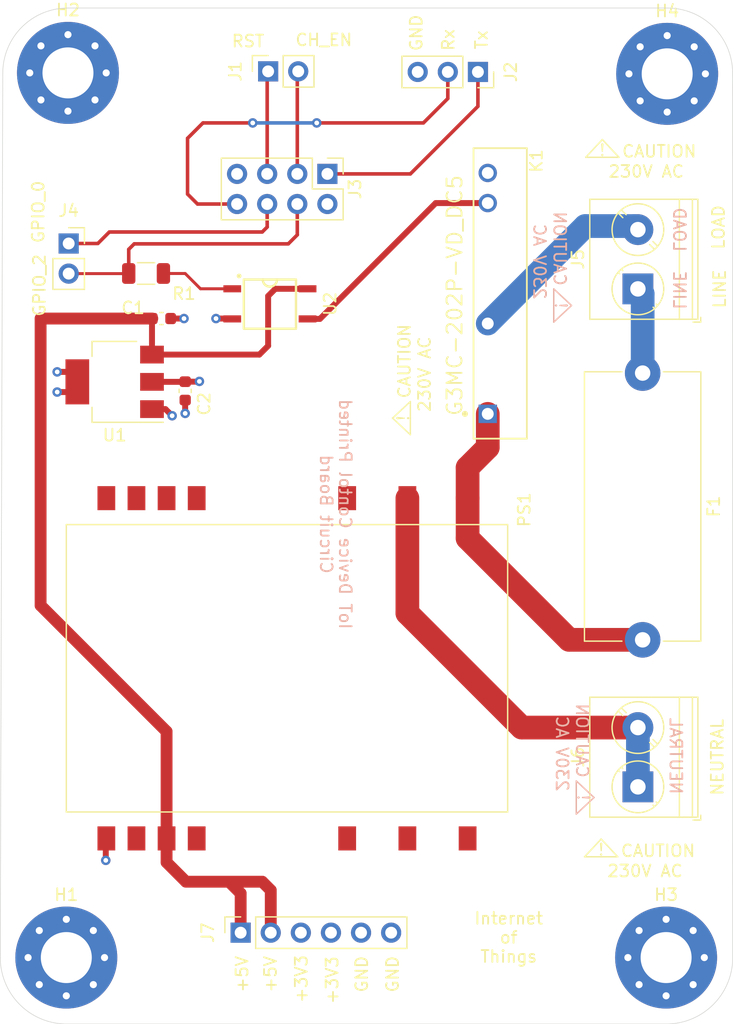
<source format=kicad_pcb>
(kicad_pcb (version 20171130) (host pcbnew "(5.1.10)-1")

  (general
    (thickness 1.6)
    (drawings 59)
    (tracks 102)
    (zones 0)
    (modules 19)
    (nets 17)
  )

  (page A4)
  (layers
    (0 F.Cu signal)
    (1 In1.Cu power)
    (2 In2.Cu power)
    (31 B.Cu signal)
    (32 B.Adhes user)
    (33 F.Adhes user)
    (34 B.Paste user)
    (35 F.Paste user)
    (36 B.SilkS user)
    (37 F.SilkS user)
    (38 B.Mask user)
    (39 F.Mask user)
    (40 Dwgs.User user)
    (41 Cmts.User user)
    (42 Eco1.User user)
    (43 Eco2.User user)
    (44 Edge.Cuts user)
    (45 Margin user)
    (46 B.CrtYd user)
    (47 F.CrtYd user)
    (48 B.Fab user hide)
    (49 F.Fab user hide)
  )

  (setup
    (last_trace_width 0.3)
    (user_trace_width 0.3)
    (user_trace_width 0.5)
    (user_trace_width 0.75)
    (user_trace_width 1)
    (user_trace_width 2)
    (trace_clearance 0.2)
    (zone_clearance 0.508)
    (zone_45_only no)
    (trace_min 0.2)
    (via_size 0.8)
    (via_drill 0.4)
    (via_min_size 0.4)
    (via_min_drill 0.3)
    (uvia_size 0.3)
    (uvia_drill 0.1)
    (uvias_allowed no)
    (uvia_min_size 0.2)
    (uvia_min_drill 0.1)
    (edge_width 0.05)
    (segment_width 0.2)
    (pcb_text_width 0.3)
    (pcb_text_size 1.5 1.5)
    (mod_edge_width 0.12)
    (mod_text_size 1 1)
    (mod_text_width 0.15)
    (pad_size 1.524 1.524)
    (pad_drill 0.762)
    (pad_to_mask_clearance 0)
    (aux_axis_origin 0 0)
    (visible_elements 7FFFFFFF)
    (pcbplotparams
      (layerselection 0x010fc_ffffffff)
      (usegerberextensions false)
      (usegerberattributes true)
      (usegerberadvancedattributes true)
      (creategerberjobfile true)
      (excludeedgelayer true)
      (linewidth 0.100000)
      (plotframeref false)
      (viasonmask false)
      (mode 1)
      (useauxorigin false)
      (hpglpennumber 1)
      (hpglpenspeed 20)
      (hpglpendiameter 15.000000)
      (psnegative false)
      (psa4output false)
      (plotreference true)
      (plotvalue true)
      (plotinvisibletext false)
      (padsonsilk false)
      (subtractmaskfromsilk false)
      (outputformat 1)
      (mirror false)
      (drillshape 1)
      (scaleselection 1)
      (outputdirectory ""))
  )

  (net 0 "")
  (net 1 GND)
  (net 2 +5V)
  (net 3 +3V3)
  (net 4 "Net-(F1-Pad1)")
  (net 5 LINE)
  (net 6 RST)
  (net 7 CH_EN)
  (net 8 Tx)
  (net 9 Rx)
  (net 10 GPIO0)
  (net 11 GPIO2)
  (net 12 LOAD)
  (net 13 NEUT)
  (net 14 "Net-(PS1-Pad5)")
  (net 15 "Net-(R1-Pad1)")
  (net 16 "Net-(K1-Pad3)")

  (net_class Default "This is the default net class."
    (clearance 0.2)
    (trace_width 0.25)
    (via_dia 0.8)
    (via_drill 0.4)
    (uvia_dia 0.3)
    (uvia_drill 0.1)
    (add_net +3V3)
    (add_net +5V)
    (add_net CH_EN)
    (add_net GND)
    (add_net GPIO0)
    (add_net GPIO2)
    (add_net LINE)
    (add_net LOAD)
    (add_net NEUT)
    (add_net "Net-(F1-Pad1)")
    (add_net "Net-(K1-Pad3)")
    (add_net "Net-(PS1-Pad5)")
    (add_net "Net-(R1-Pad1)")
    (add_net RST)
    (add_net Rx)
    (add_net Tx)
  )

  (module Connector_PinHeader_2.54mm:PinHeader_2x04_P2.54mm_Vertical (layer F.Cu) (tedit 59FED5CC) (tstamp 614C989C)
    (at 126.2 95.4 270)
    (descr "Through hole straight pin header, 2x04, 2.54mm pitch, double rows")
    (tags "Through hole pin header THT 2x04 2.54mm double row")
    (path /614E39E6)
    (fp_text reference J3 (at 1.27 -2.33 90) (layer F.SilkS)
      (effects (font (size 1 1) (thickness 0.15)))
    )
    (fp_text value Conn_02x04_Odd_Even (at 1.27 9.95 90) (layer F.Fab)
      (effects (font (size 1 1) (thickness 0.15)))
    )
    (fp_text user %R (at 1.27 3.81) (layer F.Fab)
      (effects (font (size 1 1) (thickness 0.15)))
    )
    (fp_line (start 0 -1.27) (end 3.81 -1.27) (layer F.Fab) (width 0.1))
    (fp_line (start 3.81 -1.27) (end 3.81 8.89) (layer F.Fab) (width 0.1))
    (fp_line (start 3.81 8.89) (end -1.27 8.89) (layer F.Fab) (width 0.1))
    (fp_line (start -1.27 8.89) (end -1.27 0) (layer F.Fab) (width 0.1))
    (fp_line (start -1.27 0) (end 0 -1.27) (layer F.Fab) (width 0.1))
    (fp_line (start -1.33 8.95) (end 3.87 8.95) (layer F.SilkS) (width 0.12))
    (fp_line (start -1.33 1.27) (end -1.33 8.95) (layer F.SilkS) (width 0.12))
    (fp_line (start 3.87 -1.33) (end 3.87 8.95) (layer F.SilkS) (width 0.12))
    (fp_line (start -1.33 1.27) (end 1.27 1.27) (layer F.SilkS) (width 0.12))
    (fp_line (start 1.27 1.27) (end 1.27 -1.33) (layer F.SilkS) (width 0.12))
    (fp_line (start 1.27 -1.33) (end 3.87 -1.33) (layer F.SilkS) (width 0.12))
    (fp_line (start -1.33 0) (end -1.33 -1.33) (layer F.SilkS) (width 0.12))
    (fp_line (start -1.33 -1.33) (end 0 -1.33) (layer F.SilkS) (width 0.12))
    (fp_line (start -1.8 -1.8) (end -1.8 9.4) (layer F.CrtYd) (width 0.05))
    (fp_line (start -1.8 9.4) (end 4.35 9.4) (layer F.CrtYd) (width 0.05))
    (fp_line (start 4.35 9.4) (end 4.35 -1.8) (layer F.CrtYd) (width 0.05))
    (fp_line (start 4.35 -1.8) (end -1.8 -1.8) (layer F.CrtYd) (width 0.05))
    (pad 8 thru_hole oval (at 2.54 7.62 270) (size 1.7 1.7) (drill 1) (layers *.Cu *.Mask)
      (net 9 Rx))
    (pad 7 thru_hole oval (at 0 7.62 270) (size 1.7 1.7) (drill 1) (layers *.Cu *.Mask)
      (net 3 +3V3))
    (pad 6 thru_hole oval (at 2.54 5.08 270) (size 1.7 1.7) (drill 1) (layers *.Cu *.Mask)
      (net 10 GPIO0))
    (pad 5 thru_hole oval (at 0 5.08 270) (size 1.7 1.7) (drill 1) (layers *.Cu *.Mask)
      (net 6 RST))
    (pad 4 thru_hole oval (at 2.54 2.54 270) (size 1.7 1.7) (drill 1) (layers *.Cu *.Mask)
      (net 11 GPIO2))
    (pad 3 thru_hole oval (at 0 2.54 270) (size 1.7 1.7) (drill 1) (layers *.Cu *.Mask)
      (net 7 CH_EN))
    (pad 2 thru_hole oval (at 2.54 0 270) (size 1.7 1.7) (drill 1) (layers *.Cu *.Mask)
      (net 1 GND))
    (pad 1 thru_hole rect (at 0 0 270) (size 1.7 1.7) (drill 1) (layers *.Cu *.Mask)
      (net 8 Tx))
    (model ${KISYS3DMOD}/Connector_PinHeader_2.54mm.3dshapes/PinHeader_2x04_P2.54mm_Vertical.wrl
      (at (xyz 0 0 0))
      (scale (xyz 1 1 1))
      (rotate (xyz 0 0 0))
    )
  )

  (module Connector_PinSocket_2.54mm:PinSocket_1x02_P2.54mm_Vertical (layer F.Cu) (tedit 5A19A420) (tstamp 614A1A52)
    (at 104.37 101.27)
    (descr "Through hole straight socket strip, 1x02, 2.54mm pitch, single row (from Kicad 4.0.7), script generated")
    (tags "Through hole socket strip THT 1x02 2.54mm single row")
    (path /614A9BB4)
    (fp_text reference J4 (at 0 -2.77) (layer F.SilkS)
      (effects (font (size 1 1) (thickness 0.15)))
    )
    (fp_text value Conn_01x02 (at 0 5.31) (layer F.Fab)
      (effects (font (size 1 1) (thickness 0.15)))
    )
    (fp_text user %R (at 0 1.27 90) (layer F.Fab)
      (effects (font (size 1 1) (thickness 0.15)))
    )
    (fp_line (start -1.27 -1.27) (end 0.635 -1.27) (layer F.Fab) (width 0.1))
    (fp_line (start 0.635 -1.27) (end 1.27 -0.635) (layer F.Fab) (width 0.1))
    (fp_line (start 1.27 -0.635) (end 1.27 3.81) (layer F.Fab) (width 0.1))
    (fp_line (start 1.27 3.81) (end -1.27 3.81) (layer F.Fab) (width 0.1))
    (fp_line (start -1.27 3.81) (end -1.27 -1.27) (layer F.Fab) (width 0.1))
    (fp_line (start -1.33 1.27) (end 1.33 1.27) (layer F.SilkS) (width 0.12))
    (fp_line (start -1.33 1.27) (end -1.33 3.87) (layer F.SilkS) (width 0.12))
    (fp_line (start -1.33 3.87) (end 1.33 3.87) (layer F.SilkS) (width 0.12))
    (fp_line (start 1.33 1.27) (end 1.33 3.87) (layer F.SilkS) (width 0.12))
    (fp_line (start 1.33 -1.33) (end 1.33 0) (layer F.SilkS) (width 0.12))
    (fp_line (start 0 -1.33) (end 1.33 -1.33) (layer F.SilkS) (width 0.12))
    (fp_line (start -1.8 -1.8) (end 1.75 -1.8) (layer F.CrtYd) (width 0.05))
    (fp_line (start 1.75 -1.8) (end 1.75 4.3) (layer F.CrtYd) (width 0.05))
    (fp_line (start 1.75 4.3) (end -1.8 4.3) (layer F.CrtYd) (width 0.05))
    (fp_line (start -1.8 4.3) (end -1.8 -1.8) (layer F.CrtYd) (width 0.05))
    (pad 2 thru_hole oval (at 0 2.54) (size 1.7 1.7) (drill 1) (layers *.Cu *.Mask)
      (net 11 GPIO2))
    (pad 1 thru_hole rect (at 0 0) (size 1.7 1.7) (drill 1) (layers *.Cu *.Mask)
      (net 10 GPIO0))
    (model ${KISYS3DMOD}/Connector_PinSocket_2.54mm.3dshapes/PinSocket_1x02_P2.54mm_Vertical.wrl
      (at (xyz 0 0 0))
      (scale (xyz 1 1 1))
      (rotate (xyz 0 0 0))
    )
  )

  (module Connector_PinSocket_2.54mm:PinSocket_1x03_P2.54mm_Vertical (layer F.Cu) (tedit 5A19A429) (tstamp 614A0C5C)
    (at 138.9 86.8 270)
    (descr "Through hole straight socket strip, 1x03, 2.54mm pitch, single row (from Kicad 4.0.7), script generated")
    (tags "Through hole socket strip THT 1x03 2.54mm single row")
    (path /614AA5E9)
    (fp_text reference J2 (at 0 -2.77 90) (layer F.SilkS)
      (effects (font (size 1 1) (thickness 0.15)))
    )
    (fp_text value Conn_01x03 (at 0 7.85 90) (layer F.Fab)
      (effects (font (size 1 1) (thickness 0.15)))
    )
    (fp_text user %R (at 0 2.54) (layer F.Fab)
      (effects (font (size 1 1) (thickness 0.15)))
    )
    (fp_line (start -1.27 -1.27) (end 0.635 -1.27) (layer F.Fab) (width 0.1))
    (fp_line (start 0.635 -1.27) (end 1.27 -0.635) (layer F.Fab) (width 0.1))
    (fp_line (start 1.27 -0.635) (end 1.27 6.35) (layer F.Fab) (width 0.1))
    (fp_line (start 1.27 6.35) (end -1.27 6.35) (layer F.Fab) (width 0.1))
    (fp_line (start -1.27 6.35) (end -1.27 -1.27) (layer F.Fab) (width 0.1))
    (fp_line (start -1.33 1.27) (end 1.33 1.27) (layer F.SilkS) (width 0.12))
    (fp_line (start -1.33 1.27) (end -1.33 6.41) (layer F.SilkS) (width 0.12))
    (fp_line (start -1.33 6.41) (end 1.33 6.41) (layer F.SilkS) (width 0.12))
    (fp_line (start 1.33 1.27) (end 1.33 6.41) (layer F.SilkS) (width 0.12))
    (fp_line (start 1.33 -1.33) (end 1.33 0) (layer F.SilkS) (width 0.12))
    (fp_line (start 0 -1.33) (end 1.33 -1.33) (layer F.SilkS) (width 0.12))
    (fp_line (start -1.8 -1.8) (end 1.75 -1.8) (layer F.CrtYd) (width 0.05))
    (fp_line (start 1.75 -1.8) (end 1.75 6.85) (layer F.CrtYd) (width 0.05))
    (fp_line (start 1.75 6.85) (end -1.8 6.85) (layer F.CrtYd) (width 0.05))
    (fp_line (start -1.8 6.85) (end -1.8 -1.8) (layer F.CrtYd) (width 0.05))
    (pad 3 thru_hole oval (at 0 5.08 270) (size 1.7 1.7) (drill 1) (layers *.Cu *.Mask)
      (net 1 GND))
    (pad 2 thru_hole oval (at 0 2.54 270) (size 1.7 1.7) (drill 1) (layers *.Cu *.Mask)
      (net 9 Rx))
    (pad 1 thru_hole rect (at 0 0 270) (size 1.7 1.7) (drill 1) (layers *.Cu *.Mask)
      (net 8 Tx))
    (model ${KISYS3DMOD}/Connector_PinSocket_2.54mm.3dshapes/PinSocket_1x03_P2.54mm_Vertical.wrl
      (at (xyz 0 0 0))
      (scale (xyz 1 1 1))
      (rotate (xyz 0 0 0))
    )
  )

  (module Connector_PinSocket_2.54mm:PinSocket_1x02_P2.54mm_Vertical (layer F.Cu) (tedit 5A19A420) (tstamp 614A0C45)
    (at 121.2 86.75 90)
    (descr "Through hole straight socket strip, 1x02, 2.54mm pitch, single row (from Kicad 4.0.7), script generated")
    (tags "Through hole socket strip THT 1x02 2.54mm single row")
    (path /614A936D)
    (fp_text reference J1 (at 0 -2.77 90) (layer F.SilkS)
      (effects (font (size 1 1) (thickness 0.15)))
    )
    (fp_text value Conn_01x02 (at 0 5.31 90) (layer F.Fab)
      (effects (font (size 1 1) (thickness 0.15)))
    )
    (fp_text user %R (at 0 1.27) (layer F.Fab)
      (effects (font (size 1 1) (thickness 0.15)))
    )
    (fp_line (start -1.27 -1.27) (end 0.635 -1.27) (layer F.Fab) (width 0.1))
    (fp_line (start 0.635 -1.27) (end 1.27 -0.635) (layer F.Fab) (width 0.1))
    (fp_line (start 1.27 -0.635) (end 1.27 3.81) (layer F.Fab) (width 0.1))
    (fp_line (start 1.27 3.81) (end -1.27 3.81) (layer F.Fab) (width 0.1))
    (fp_line (start -1.27 3.81) (end -1.27 -1.27) (layer F.Fab) (width 0.1))
    (fp_line (start -1.33 1.27) (end 1.33 1.27) (layer F.SilkS) (width 0.12))
    (fp_line (start -1.33 1.27) (end -1.33 3.87) (layer F.SilkS) (width 0.12))
    (fp_line (start -1.33 3.87) (end 1.33 3.87) (layer F.SilkS) (width 0.12))
    (fp_line (start 1.33 1.27) (end 1.33 3.87) (layer F.SilkS) (width 0.12))
    (fp_line (start 1.33 -1.33) (end 1.33 0) (layer F.SilkS) (width 0.12))
    (fp_line (start 0 -1.33) (end 1.33 -1.33) (layer F.SilkS) (width 0.12))
    (fp_line (start -1.8 -1.8) (end 1.75 -1.8) (layer F.CrtYd) (width 0.05))
    (fp_line (start 1.75 -1.8) (end 1.75 4.3) (layer F.CrtYd) (width 0.05))
    (fp_line (start 1.75 4.3) (end -1.8 4.3) (layer F.CrtYd) (width 0.05))
    (fp_line (start -1.8 4.3) (end -1.8 -1.8) (layer F.CrtYd) (width 0.05))
    (pad 2 thru_hole oval (at 0 2.54 90) (size 1.7 1.7) (drill 1) (layers *.Cu *.Mask)
      (net 7 CH_EN))
    (pad 1 thru_hole rect (at 0 0 90) (size 1.7 1.7) (drill 1) (layers *.Cu *.Mask)
      (net 6 RST))
    (model ${KISYS3DMOD}/Connector_PinSocket_2.54mm.3dshapes/PinSocket_1x02_P2.54mm_Vertical.wrl
      (at (xyz 0 0 0))
      (scale (xyz 1 1 1))
      (rotate (xyz 0 0 0))
    )
  )

  (module Connector_PinSocket_2.54mm:PinSocket_1x06_P2.54mm_Vertical (layer F.Cu) (tedit 5A19A430) (tstamp 614C7067)
    (at 118.88 159.4 90)
    (descr "Through hole straight socket strip, 1x06, 2.54mm pitch, single row (from Kicad 4.0.7), script generated")
    (tags "Through hole socket strip THT 1x06 2.54mm single row")
    (path /6151AA3C)
    (fp_text reference J7 (at 0 -2.77 90) (layer F.SilkS)
      (effects (font (size 1 1) (thickness 0.15)))
    )
    (fp_text value Conn_01x06 (at 0 15.47 90) (layer F.Fab)
      (effects (font (size 1 1) (thickness 0.15)))
    )
    (fp_text user %R (at 0 6.35) (layer F.Fab)
      (effects (font (size 1 1) (thickness 0.15)))
    )
    (fp_line (start -1.27 -1.27) (end 0.635 -1.27) (layer F.Fab) (width 0.1))
    (fp_line (start 0.635 -1.27) (end 1.27 -0.635) (layer F.Fab) (width 0.1))
    (fp_line (start 1.27 -0.635) (end 1.27 13.97) (layer F.Fab) (width 0.1))
    (fp_line (start 1.27 13.97) (end -1.27 13.97) (layer F.Fab) (width 0.1))
    (fp_line (start -1.27 13.97) (end -1.27 -1.27) (layer F.Fab) (width 0.1))
    (fp_line (start -1.33 1.27) (end 1.33 1.27) (layer F.SilkS) (width 0.12))
    (fp_line (start -1.33 1.27) (end -1.33 14.03) (layer F.SilkS) (width 0.12))
    (fp_line (start -1.33 14.03) (end 1.33 14.03) (layer F.SilkS) (width 0.12))
    (fp_line (start 1.33 1.27) (end 1.33 14.03) (layer F.SilkS) (width 0.12))
    (fp_line (start 1.33 -1.33) (end 1.33 0) (layer F.SilkS) (width 0.12))
    (fp_line (start 0 -1.33) (end 1.33 -1.33) (layer F.SilkS) (width 0.12))
    (fp_line (start -1.8 -1.8) (end 1.75 -1.8) (layer F.CrtYd) (width 0.05))
    (fp_line (start 1.75 -1.8) (end 1.75 14.45) (layer F.CrtYd) (width 0.05))
    (fp_line (start 1.75 14.45) (end -1.8 14.45) (layer F.CrtYd) (width 0.05))
    (fp_line (start -1.8 14.45) (end -1.8 -1.8) (layer F.CrtYd) (width 0.05))
    (pad 6 thru_hole oval (at 0 12.7 90) (size 1.7 1.7) (drill 1) (layers *.Cu *.Mask)
      (net 1 GND))
    (pad 5 thru_hole oval (at 0 10.16 90) (size 1.7 1.7) (drill 1) (layers *.Cu *.Mask)
      (net 1 GND))
    (pad 4 thru_hole oval (at 0 7.62 90) (size 1.7 1.7) (drill 1) (layers *.Cu *.Mask)
      (net 3 +3V3))
    (pad 3 thru_hole oval (at 0 5.08 90) (size 1.7 1.7) (drill 1) (layers *.Cu *.Mask)
      (net 3 +3V3))
    (pad 2 thru_hole oval (at 0 2.54 90) (size 1.7 1.7) (drill 1) (layers *.Cu *.Mask)
      (net 2 +5V))
    (pad 1 thru_hole rect (at 0 0 90) (size 1.7 1.7) (drill 1) (layers *.Cu *.Mask)
      (net 2 +5V))
    (model ${KISYS3DMOD}/Connector_PinSocket_2.54mm.3dshapes/PinSocket_1x06_P2.54mm_Vertical.wrl
      (at (xyz 0 0 0))
      (scale (xyz 1 1 1))
      (rotate (xyz 0 0 0))
    )
  )

  (module Capacitor_SMD:C_0603_1608Metric (layer F.Cu) (tedit 5F68FEEE) (tstamp 614A0BCB)
    (at 112.2 107.6)
    (descr "Capacitor SMD 0603 (1608 Metric), square (rectangular) end terminal, IPC_7351 nominal, (Body size source: IPC-SM-782 page 76, https://www.pcb-3d.com/wordpress/wp-content/uploads/ipc-sm-782a_amendment_1_and_2.pdf), generated with kicad-footprint-generator")
    (tags capacitor)
    (path /6144A284)
    (attr smd)
    (fp_text reference C1 (at -2.4 -0.9) (layer F.SilkS)
      (effects (font (size 1 1) (thickness 0.15)))
    )
    (fp_text value 22u (at 0 1.43) (layer F.Fab)
      (effects (font (size 1 1) (thickness 0.15)))
    )
    (fp_line (start 1.48 0.73) (end -1.48 0.73) (layer F.CrtYd) (width 0.05))
    (fp_line (start 1.48 -0.73) (end 1.48 0.73) (layer F.CrtYd) (width 0.05))
    (fp_line (start -1.48 -0.73) (end 1.48 -0.73) (layer F.CrtYd) (width 0.05))
    (fp_line (start -1.48 0.73) (end -1.48 -0.73) (layer F.CrtYd) (width 0.05))
    (fp_line (start -0.14058 0.51) (end 0.14058 0.51) (layer F.SilkS) (width 0.12))
    (fp_line (start -0.14058 -0.51) (end 0.14058 -0.51) (layer F.SilkS) (width 0.12))
    (fp_line (start 0.8 0.4) (end -0.8 0.4) (layer F.Fab) (width 0.1))
    (fp_line (start 0.8 -0.4) (end 0.8 0.4) (layer F.Fab) (width 0.1))
    (fp_line (start -0.8 -0.4) (end 0.8 -0.4) (layer F.Fab) (width 0.1))
    (fp_line (start -0.8 0.4) (end -0.8 -0.4) (layer F.Fab) (width 0.1))
    (fp_text user %R (at 0 0) (layer F.Fab)
      (effects (font (size 0.4 0.4) (thickness 0.06)))
    )
    (pad 2 smd roundrect (at 0.775 0) (size 0.9 0.95) (layers F.Cu F.Paste F.Mask) (roundrect_rratio 0.25)
      (net 1 GND))
    (pad 1 smd roundrect (at -0.775 0) (size 0.9 0.95) (layers F.Cu F.Paste F.Mask) (roundrect_rratio 0.25)
      (net 2 +5V))
    (model ${KISYS3DMOD}/Capacitor_SMD.3dshapes/C_0603_1608Metric.wrl
      (at (xyz 0 0 0))
      (scale (xyz 1 1 1))
      (rotate (xyz 0 0 0))
    )
  )

  (module Capacitor_SMD:C_0603_1608Metric (layer F.Cu) (tedit 5F68FEEE) (tstamp 614C4CC5)
    (at 114.2 113.7 270)
    (descr "Capacitor SMD 0603 (1608 Metric), square (rectangular) end terminal, IPC_7351 nominal, (Body size source: IPC-SM-782 page 76, https://www.pcb-3d.com/wordpress/wp-content/uploads/ipc-sm-782a_amendment_1_and_2.pdf), generated with kicad-footprint-generator")
    (tags capacitor)
    (path /6144A8A5)
    (attr smd)
    (fp_text reference C2 (at 1.1 -1.6 90) (layer F.SilkS)
      (effects (font (size 1 1) (thickness 0.15)))
    )
    (fp_text value 22u (at 0 1.43 90) (layer F.Fab)
      (effects (font (size 1 1) (thickness 0.15)))
    )
    (fp_line (start -0.8 0.4) (end -0.8 -0.4) (layer F.Fab) (width 0.1))
    (fp_line (start -0.8 -0.4) (end 0.8 -0.4) (layer F.Fab) (width 0.1))
    (fp_line (start 0.8 -0.4) (end 0.8 0.4) (layer F.Fab) (width 0.1))
    (fp_line (start 0.8 0.4) (end -0.8 0.4) (layer F.Fab) (width 0.1))
    (fp_line (start -0.14058 -0.51) (end 0.14058 -0.51) (layer F.SilkS) (width 0.12))
    (fp_line (start -0.14058 0.51) (end 0.14058 0.51) (layer F.SilkS) (width 0.12))
    (fp_line (start -1.48 0.73) (end -1.48 -0.73) (layer F.CrtYd) (width 0.05))
    (fp_line (start -1.48 -0.73) (end 1.48 -0.73) (layer F.CrtYd) (width 0.05))
    (fp_line (start 1.48 -0.73) (end 1.48 0.73) (layer F.CrtYd) (width 0.05))
    (fp_line (start 1.48 0.73) (end -1.48 0.73) (layer F.CrtYd) (width 0.05))
    (fp_text user %R (at 0 0 90) (layer F.Fab)
      (effects (font (size 0.4 0.4) (thickness 0.06)))
    )
    (pad 1 smd roundrect (at -0.775 0 270) (size 0.9 0.95) (layers F.Cu F.Paste F.Mask) (roundrect_rratio 0.25)
      (net 3 +3V3))
    (pad 2 smd roundrect (at 0.775 0 270) (size 0.9 0.95) (layers F.Cu F.Paste F.Mask) (roundrect_rratio 0.25)
      (net 1 GND))
    (model ${KISYS3DMOD}/Capacitor_SMD.3dshapes/C_0603_1608Metric.wrl
      (at (xyz 0 0 0))
      (scale (xyz 1 1 1))
      (rotate (xyz 0 0 0))
    )
  )

  (module MountingHole:MountingHole_4.3mm_M4_Pad_Via (layer F.Cu) (tedit 56DDBFD7) (tstamp 614A0BFF)
    (at 104.17 161.5)
    (descr "Mounting Hole 4.3mm, M4")
    (tags "mounting hole 4.3mm m4")
    (path /6148DB1C)
    (attr virtual)
    (fp_text reference H1 (at 0 -5.3) (layer F.SilkS)
      (effects (font (size 1 1) (thickness 0.15)))
    )
    (fp_text value MountingHole_Pad (at 0 5.3) (layer F.Fab)
      (effects (font (size 1 1) (thickness 0.15)))
    )
    (fp_circle (center 0 0) (end 4.3 0) (layer Cmts.User) (width 0.15))
    (fp_circle (center 0 0) (end 4.55 0) (layer F.CrtYd) (width 0.05))
    (fp_text user %R (at 0.3 0) (layer F.Fab)
      (effects (font (size 1 1) (thickness 0.15)))
    )
    (pad 1 thru_hole circle (at 0 0) (size 8.6 8.6) (drill 4.3) (layers *.Cu *.Mask)
      (net 1 GND))
    (pad 1 thru_hole circle (at 3.225 0) (size 0.9 0.9) (drill 0.6) (layers *.Cu *.Mask)
      (net 1 GND))
    (pad 1 thru_hole circle (at 2.280419 2.280419) (size 0.9 0.9) (drill 0.6) (layers *.Cu *.Mask)
      (net 1 GND))
    (pad 1 thru_hole circle (at 0 3.225) (size 0.9 0.9) (drill 0.6) (layers *.Cu *.Mask)
      (net 1 GND))
    (pad 1 thru_hole circle (at -2.280419 2.280419) (size 0.9 0.9) (drill 0.6) (layers *.Cu *.Mask)
      (net 1 GND))
    (pad 1 thru_hole circle (at -3.225 0) (size 0.9 0.9) (drill 0.6) (layers *.Cu *.Mask)
      (net 1 GND))
    (pad 1 thru_hole circle (at -2.280419 -2.280419) (size 0.9 0.9) (drill 0.6) (layers *.Cu *.Mask)
      (net 1 GND))
    (pad 1 thru_hole circle (at 0 -3.225) (size 0.9 0.9) (drill 0.6) (layers *.Cu *.Mask)
      (net 1 GND))
    (pad 1 thru_hole circle (at 2.280419 -2.280419) (size 0.9 0.9) (drill 0.6) (layers *.Cu *.Mask)
      (net 1 GND))
  )

  (module MountingHole:MountingHole_4.3mm_M4_Pad_Via (layer F.Cu) (tedit 56DDBFD7) (tstamp 614A0C0F)
    (at 104.31 86.88)
    (descr "Mounting Hole 4.3mm, M4")
    (tags "mounting hole 4.3mm m4")
    (path /6148E5B4)
    (attr virtual)
    (fp_text reference H2 (at 0 -5.3) (layer F.SilkS)
      (effects (font (size 1 1) (thickness 0.15)))
    )
    (fp_text value MountingHole_Pad (at 0 5.3) (layer F.Fab)
      (effects (font (size 1 1) (thickness 0.15)))
    )
    (fp_circle (center 0 0) (end 4.55 0) (layer F.CrtYd) (width 0.05))
    (fp_circle (center 0 0) (end 4.3 0) (layer Cmts.User) (width 0.15))
    (fp_text user %R (at 0.3 0) (layer F.Fab)
      (effects (font (size 1 1) (thickness 0.15)))
    )
    (pad 1 thru_hole circle (at 2.280419 -2.280419) (size 0.9 0.9) (drill 0.6) (layers *.Cu *.Mask)
      (net 1 GND))
    (pad 1 thru_hole circle (at 0 -3.225) (size 0.9 0.9) (drill 0.6) (layers *.Cu *.Mask)
      (net 1 GND))
    (pad 1 thru_hole circle (at -2.280419 -2.280419) (size 0.9 0.9) (drill 0.6) (layers *.Cu *.Mask)
      (net 1 GND))
    (pad 1 thru_hole circle (at -3.225 0) (size 0.9 0.9) (drill 0.6) (layers *.Cu *.Mask)
      (net 1 GND))
    (pad 1 thru_hole circle (at -2.280419 2.280419) (size 0.9 0.9) (drill 0.6) (layers *.Cu *.Mask)
      (net 1 GND))
    (pad 1 thru_hole circle (at 0 3.225) (size 0.9 0.9) (drill 0.6) (layers *.Cu *.Mask)
      (net 1 GND))
    (pad 1 thru_hole circle (at 2.280419 2.280419) (size 0.9 0.9) (drill 0.6) (layers *.Cu *.Mask)
      (net 1 GND))
    (pad 1 thru_hole circle (at 3.225 0) (size 0.9 0.9) (drill 0.6) (layers *.Cu *.Mask)
      (net 1 GND))
    (pad 1 thru_hole circle (at 0 0) (size 8.6 8.6) (drill 4.3) (layers *.Cu *.Mask)
      (net 1 GND))
  )

  (module MountingHole:MountingHole_4.3mm_M4_Pad_Via (layer F.Cu) (tedit 56DDBFD7) (tstamp 614A0C1F)
    (at 154.78 161.5)
    (descr "Mounting Hole 4.3mm, M4")
    (tags "mounting hole 4.3mm m4")
    (path /6148E767)
    (attr virtual)
    (fp_text reference H3 (at 0 -5.3) (layer F.SilkS)
      (effects (font (size 1 1) (thickness 0.15)))
    )
    (fp_text value MountingHole_Pad (at 0 5.3) (layer F.Fab)
      (effects (font (size 1 1) (thickness 0.15)))
    )
    (fp_circle (center 0 0) (end 4.3 0) (layer Cmts.User) (width 0.15))
    (fp_circle (center 0 0) (end 4.55 0) (layer F.CrtYd) (width 0.05))
    (fp_text user %R (at 0.3 0) (layer F.Fab)
      (effects (font (size 1 1) (thickness 0.15)))
    )
    (pad 1 thru_hole circle (at 0 0) (size 8.6 8.6) (drill 4.3) (layers *.Cu *.Mask)
      (net 1 GND))
    (pad 1 thru_hole circle (at 3.225 0) (size 0.9 0.9) (drill 0.6) (layers *.Cu *.Mask)
      (net 1 GND))
    (pad 1 thru_hole circle (at 2.280419 2.280419) (size 0.9 0.9) (drill 0.6) (layers *.Cu *.Mask)
      (net 1 GND))
    (pad 1 thru_hole circle (at 0 3.225) (size 0.9 0.9) (drill 0.6) (layers *.Cu *.Mask)
      (net 1 GND))
    (pad 1 thru_hole circle (at -2.280419 2.280419) (size 0.9 0.9) (drill 0.6) (layers *.Cu *.Mask)
      (net 1 GND))
    (pad 1 thru_hole circle (at -3.225 0) (size 0.9 0.9) (drill 0.6) (layers *.Cu *.Mask)
      (net 1 GND))
    (pad 1 thru_hole circle (at -2.280419 -2.280419) (size 0.9 0.9) (drill 0.6) (layers *.Cu *.Mask)
      (net 1 GND))
    (pad 1 thru_hole circle (at 0 -3.225) (size 0.9 0.9) (drill 0.6) (layers *.Cu *.Mask)
      (net 1 GND))
    (pad 1 thru_hole circle (at 2.280419 -2.280419) (size 0.9 0.9) (drill 0.6) (layers *.Cu *.Mask)
      (net 1 GND))
  )

  (module MountingHole:MountingHole_4.3mm_M4_Pad_Via (layer F.Cu) (tedit 56DDBFD7) (tstamp 614A0C2F)
    (at 154.87 86.96)
    (descr "Mounting Hole 4.3mm, M4")
    (tags "mounting hole 4.3mm m4")
    (path /6148EA02)
    (attr virtual)
    (fp_text reference H4 (at 0 -5.3) (layer F.SilkS)
      (effects (font (size 1 1) (thickness 0.15)))
    )
    (fp_text value MountingHole_Pad (at 0 5.3) (layer F.Fab)
      (effects (font (size 1 1) (thickness 0.15)))
    )
    (fp_circle (center 0 0) (end 4.55 0) (layer F.CrtYd) (width 0.05))
    (fp_circle (center 0 0) (end 4.3 0) (layer Cmts.User) (width 0.15))
    (fp_text user %R (at 0.3 0) (layer F.Fab)
      (effects (font (size 1 1) (thickness 0.15)))
    )
    (pad 1 thru_hole circle (at 2.280419 -2.280419) (size 0.9 0.9) (drill 0.6) (layers *.Cu *.Mask)
      (net 1 GND))
    (pad 1 thru_hole circle (at 0 -3.225) (size 0.9 0.9) (drill 0.6) (layers *.Cu *.Mask)
      (net 1 GND))
    (pad 1 thru_hole circle (at -2.280419 -2.280419) (size 0.9 0.9) (drill 0.6) (layers *.Cu *.Mask)
      (net 1 GND))
    (pad 1 thru_hole circle (at -3.225 0) (size 0.9 0.9) (drill 0.6) (layers *.Cu *.Mask)
      (net 1 GND))
    (pad 1 thru_hole circle (at -2.280419 2.280419) (size 0.9 0.9) (drill 0.6) (layers *.Cu *.Mask)
      (net 1 GND))
    (pad 1 thru_hole circle (at 0 3.225) (size 0.9 0.9) (drill 0.6) (layers *.Cu *.Mask)
      (net 1 GND))
    (pad 1 thru_hole circle (at 2.280419 2.280419) (size 0.9 0.9) (drill 0.6) (layers *.Cu *.Mask)
      (net 1 GND))
    (pad 1 thru_hole circle (at 3.225 0) (size 0.9 0.9) (drill 0.6) (layers *.Cu *.Mask)
      (net 1 GND))
    (pad 1 thru_hole circle (at 0 0) (size 8.6 8.6) (drill 4.3) (layers *.Cu *.Mask)
      (net 1 GND))
  )

  (module TerminalBlock_Phoenix:TerminalBlock_Phoenix_PT-1,5-2-5.0-H_1x02_P5.00mm_Horizontal (layer F.Cu) (tedit 5B294F69) (tstamp 614A0CBA)
    (at 152.4 105.1 90)
    (descr "Terminal Block Phoenix PT-1,5-2-5.0-H, 2 pins, pitch 5mm, size 10x9mm^2, drill diamater 1.3mm, pad diameter 2.6mm, see http://www.mouser.com/ds/2/324/ItemDetail_1935161-922578.pdf, script-generated using https://github.com/pointhi/kicad-footprint-generator/scripts/TerminalBlock_Phoenix")
    (tags "THT Terminal Block Phoenix PT-1,5-2-5.0-H pitch 5mm size 10x9mm^2 drill 1.3mm pad 2.6mm")
    (path /614692DC)
    (fp_text reference J5 (at 2.5 -5.06 90) (layer F.SilkS)
      (effects (font (size 1 1) (thickness 0.15)))
    )
    (fp_text value Screw_Terminal_01x02 (at 2.5 6.06 90) (layer F.Fab)
      (effects (font (size 1 1) (thickness 0.15)))
    )
    (fp_circle (center 0 0) (end 2 0) (layer F.Fab) (width 0.1))
    (fp_circle (center 0 0) (end 2.18 0) (layer F.SilkS) (width 0.12))
    (fp_circle (center 5 0) (end 7 0) (layer F.Fab) (width 0.1))
    (fp_circle (center 5 0) (end 7.18 0) (layer F.SilkS) (width 0.12))
    (fp_line (start -2.5 -4) (end 7.5 -4) (layer F.Fab) (width 0.1))
    (fp_line (start 7.5 -4) (end 7.5 5) (layer F.Fab) (width 0.1))
    (fp_line (start 7.5 5) (end -2.1 5) (layer F.Fab) (width 0.1))
    (fp_line (start -2.1 5) (end -2.5 4.6) (layer F.Fab) (width 0.1))
    (fp_line (start -2.5 4.6) (end -2.5 -4) (layer F.Fab) (width 0.1))
    (fp_line (start -2.5 4.6) (end 7.5 4.6) (layer F.Fab) (width 0.1))
    (fp_line (start -2.56 4.6) (end 7.56 4.6) (layer F.SilkS) (width 0.12))
    (fp_line (start -2.5 3.5) (end 7.5 3.5) (layer F.Fab) (width 0.1))
    (fp_line (start -2.56 3.5) (end 7.56 3.5) (layer F.SilkS) (width 0.12))
    (fp_line (start -2.56 -4.06) (end 7.56 -4.06) (layer F.SilkS) (width 0.12))
    (fp_line (start -2.56 5.06) (end 7.56 5.06) (layer F.SilkS) (width 0.12))
    (fp_line (start -2.56 -4.06) (end -2.56 5.06) (layer F.SilkS) (width 0.12))
    (fp_line (start 7.56 -4.06) (end 7.56 5.06) (layer F.SilkS) (width 0.12))
    (fp_line (start 1.517 -1.273) (end -1.273 1.517) (layer F.Fab) (width 0.1))
    (fp_line (start 1.273 -1.517) (end -1.517 1.273) (layer F.Fab) (width 0.1))
    (fp_line (start 1.654 -1.388) (end 1.547 -1.281) (layer F.SilkS) (width 0.12))
    (fp_line (start -1.282 1.547) (end -1.388 1.654) (layer F.SilkS) (width 0.12))
    (fp_line (start 1.388 -1.654) (end 1.281 -1.547) (layer F.SilkS) (width 0.12))
    (fp_line (start -1.548 1.281) (end -1.654 1.388) (layer F.SilkS) (width 0.12))
    (fp_line (start 6.517 -1.273) (end 3.728 1.517) (layer F.Fab) (width 0.1))
    (fp_line (start 6.273 -1.517) (end 3.484 1.273) (layer F.Fab) (width 0.1))
    (fp_line (start 6.654 -1.388) (end 6.259 -0.992) (layer F.SilkS) (width 0.12))
    (fp_line (start 3.993 1.274) (end 3.613 1.654) (layer F.SilkS) (width 0.12))
    (fp_line (start 6.388 -1.654) (end 6.008 -1.274) (layer F.SilkS) (width 0.12))
    (fp_line (start 3.742 0.992) (end 3.347 1.388) (layer F.SilkS) (width 0.12))
    (fp_line (start -2.8 4.66) (end -2.8 5.3) (layer F.SilkS) (width 0.12))
    (fp_line (start -2.8 5.3) (end -2.4 5.3) (layer F.SilkS) (width 0.12))
    (fp_line (start -3 -4.5) (end -3 5.5) (layer F.CrtYd) (width 0.05))
    (fp_line (start -3 5.5) (end 8 5.5) (layer F.CrtYd) (width 0.05))
    (fp_line (start 8 5.5) (end 8 -4.5) (layer F.CrtYd) (width 0.05))
    (fp_line (start 8 -4.5) (end -3 -4.5) (layer F.CrtYd) (width 0.05))
    (fp_text user %R (at 2.5 2.9 90) (layer F.Fab)
      (effects (font (size 1 1) (thickness 0.15)))
    )
    (pad 1 thru_hole rect (at 0 0 90) (size 2.6 2.6) (drill 1.3) (layers *.Cu *.Mask)
      (net 4 "Net-(F1-Pad1)"))
    (pad 2 thru_hole circle (at 5 0 90) (size 2.6 2.6) (drill 1.3) (layers *.Cu *.Mask)
      (net 12 LOAD))
    (model ${KISYS3DMOD}/TerminalBlock_Phoenix.3dshapes/TerminalBlock_Phoenix_PT-1,5-2-5.0-H_1x02_P5.00mm_Horizontal.wrl
      (at (xyz 0 0 0))
      (scale (xyz 1 1 1))
      (rotate (xyz 0 0 0))
    )
  )

  (module TerminalBlock_Phoenix:TerminalBlock_Phoenix_PT-1,5-2-5.0-H_1x02_P5.00mm_Horizontal (layer F.Cu) (tedit 5B294F69) (tstamp 614A0CE4)
    (at 152.4 147.1 90)
    (descr "Terminal Block Phoenix PT-1,5-2-5.0-H, 2 pins, pitch 5mm, size 10x9mm^2, drill diamater 1.3mm, pad diameter 2.6mm, see http://www.mouser.com/ds/2/324/ItemDetail_1935161-922578.pdf, script-generated using https://github.com/pointhi/kicad-footprint-generator/scripts/TerminalBlock_Phoenix")
    (tags "THT Terminal Block Phoenix PT-1,5-2-5.0-H pitch 5mm size 10x9mm^2 drill 1.3mm pad 2.6mm")
    (path /61469BF9)
    (fp_text reference J6 (at 2.5 -5.06 90) (layer F.SilkS)
      (effects (font (size 1 1) (thickness 0.15)))
    )
    (fp_text value Screw_Terminal_01x02 (at 2.5 6.06 90) (layer F.Fab)
      (effects (font (size 1 1) (thickness 0.15)))
    )
    (fp_line (start 8 -4.5) (end -3 -4.5) (layer F.CrtYd) (width 0.05))
    (fp_line (start 8 5.5) (end 8 -4.5) (layer F.CrtYd) (width 0.05))
    (fp_line (start -3 5.5) (end 8 5.5) (layer F.CrtYd) (width 0.05))
    (fp_line (start -3 -4.5) (end -3 5.5) (layer F.CrtYd) (width 0.05))
    (fp_line (start -2.8 5.3) (end -2.4 5.3) (layer F.SilkS) (width 0.12))
    (fp_line (start -2.8 4.66) (end -2.8 5.3) (layer F.SilkS) (width 0.12))
    (fp_line (start 3.742 0.992) (end 3.347 1.388) (layer F.SilkS) (width 0.12))
    (fp_line (start 6.388 -1.654) (end 6.008 -1.274) (layer F.SilkS) (width 0.12))
    (fp_line (start 3.993 1.274) (end 3.613 1.654) (layer F.SilkS) (width 0.12))
    (fp_line (start 6.654 -1.388) (end 6.259 -0.992) (layer F.SilkS) (width 0.12))
    (fp_line (start 6.273 -1.517) (end 3.484 1.273) (layer F.Fab) (width 0.1))
    (fp_line (start 6.517 -1.273) (end 3.728 1.517) (layer F.Fab) (width 0.1))
    (fp_line (start -1.548 1.281) (end -1.654 1.388) (layer F.SilkS) (width 0.12))
    (fp_line (start 1.388 -1.654) (end 1.281 -1.547) (layer F.SilkS) (width 0.12))
    (fp_line (start -1.282 1.547) (end -1.388 1.654) (layer F.SilkS) (width 0.12))
    (fp_line (start 1.654 -1.388) (end 1.547 -1.281) (layer F.SilkS) (width 0.12))
    (fp_line (start 1.273 -1.517) (end -1.517 1.273) (layer F.Fab) (width 0.1))
    (fp_line (start 1.517 -1.273) (end -1.273 1.517) (layer F.Fab) (width 0.1))
    (fp_line (start 7.56 -4.06) (end 7.56 5.06) (layer F.SilkS) (width 0.12))
    (fp_line (start -2.56 -4.06) (end -2.56 5.06) (layer F.SilkS) (width 0.12))
    (fp_line (start -2.56 5.06) (end 7.56 5.06) (layer F.SilkS) (width 0.12))
    (fp_line (start -2.56 -4.06) (end 7.56 -4.06) (layer F.SilkS) (width 0.12))
    (fp_line (start -2.56 3.5) (end 7.56 3.5) (layer F.SilkS) (width 0.12))
    (fp_line (start -2.5 3.5) (end 7.5 3.5) (layer F.Fab) (width 0.1))
    (fp_line (start -2.56 4.6) (end 7.56 4.6) (layer F.SilkS) (width 0.12))
    (fp_line (start -2.5 4.6) (end 7.5 4.6) (layer F.Fab) (width 0.1))
    (fp_line (start -2.5 4.6) (end -2.5 -4) (layer F.Fab) (width 0.1))
    (fp_line (start -2.1 5) (end -2.5 4.6) (layer F.Fab) (width 0.1))
    (fp_line (start 7.5 5) (end -2.1 5) (layer F.Fab) (width 0.1))
    (fp_line (start 7.5 -4) (end 7.5 5) (layer F.Fab) (width 0.1))
    (fp_line (start -2.5 -4) (end 7.5 -4) (layer F.Fab) (width 0.1))
    (fp_circle (center 5 0) (end 7.18 0) (layer F.SilkS) (width 0.12))
    (fp_circle (center 5 0) (end 7 0) (layer F.Fab) (width 0.1))
    (fp_circle (center 0 0) (end 2.18 0) (layer F.SilkS) (width 0.12))
    (fp_circle (center 0 0) (end 2 0) (layer F.Fab) (width 0.1))
    (fp_text user %R (at 2.5 2.9 90) (layer F.Fab)
      (effects (font (size 1 1) (thickness 0.15)))
    )
    (pad 2 thru_hole circle (at 5 0 90) (size 2.6 2.6) (drill 1.3) (layers *.Cu *.Mask)
      (net 13 NEUT))
    (pad 1 thru_hole rect (at 0 0 90) (size 2.6 2.6) (drill 1.3) (layers *.Cu *.Mask)
      (net 13 NEUT))
    (model ${KISYS3DMOD}/TerminalBlock_Phoenix.3dshapes/TerminalBlock_Phoenix_PT-1,5-2-5.0-H_1x02_P5.00mm_Horizontal.wrl
      (at (xyz 0 0 0))
      (scale (xyz 1 1 1))
      (rotate (xyz 0 0 0))
    )
  )

  (module Resistor_SMD:R_1206_3216Metric (layer F.Cu) (tedit 5F68FEEE) (tstamp 614C3E95)
    (at 110.9 103.8 180)
    (descr "Resistor SMD 1206 (3216 Metric), square (rectangular) end terminal, IPC_7351 nominal, (Body size source: IPC-SM-782 page 72, https://www.pcb-3d.com/wordpress/wp-content/uploads/ipc-sm-782a_amendment_1_and_2.pdf), generated with kicad-footprint-generator")
    (tags resistor)
    (path /614759B3)
    (attr smd)
    (fp_text reference R1 (at -3.2 -1.7) (layer F.SilkS)
      (effects (font (size 1 1) (thickness 0.15)))
    )
    (fp_text value 75 (at 0 1.82) (layer F.Fab)
      (effects (font (size 1 1) (thickness 0.15)))
    )
    (fp_line (start -1.6 0.8) (end -1.6 -0.8) (layer F.Fab) (width 0.1))
    (fp_line (start -1.6 -0.8) (end 1.6 -0.8) (layer F.Fab) (width 0.1))
    (fp_line (start 1.6 -0.8) (end 1.6 0.8) (layer F.Fab) (width 0.1))
    (fp_line (start 1.6 0.8) (end -1.6 0.8) (layer F.Fab) (width 0.1))
    (fp_line (start -0.727064 -0.91) (end 0.727064 -0.91) (layer F.SilkS) (width 0.12))
    (fp_line (start -0.727064 0.91) (end 0.727064 0.91) (layer F.SilkS) (width 0.12))
    (fp_line (start -2.28 1.12) (end -2.28 -1.12) (layer F.CrtYd) (width 0.05))
    (fp_line (start -2.28 -1.12) (end 2.28 -1.12) (layer F.CrtYd) (width 0.05))
    (fp_line (start 2.28 -1.12) (end 2.28 1.12) (layer F.CrtYd) (width 0.05))
    (fp_line (start 2.28 1.12) (end -2.28 1.12) (layer F.CrtYd) (width 0.05))
    (fp_text user %R (at 0 0) (layer F.Fab)
      (effects (font (size 0.8 0.8) (thickness 0.12)))
    )
    (pad 1 smd roundrect (at -1.4625 0 180) (size 1.125 1.75) (layers F.Cu F.Paste F.Mask) (roundrect_rratio 0.222222)
      (net 15 "Net-(R1-Pad1)"))
    (pad 2 smd roundrect (at 1.4625 0 180) (size 1.125 1.75) (layers F.Cu F.Paste F.Mask) (roundrect_rratio 0.222222)
      (net 11 GPIO2))
    (model ${KISYS3DMOD}/Resistor_SMD.3dshapes/R_1206_3216Metric.wrl
      (at (xyz 0 0 0))
      (scale (xyz 1 1 1))
      (rotate (xyz 0 0 0))
    )
  )

  (module Package_TO_SOT_SMD:SOT-223-3_TabPin2 (layer F.Cu) (tedit 5A02FF57) (tstamp 614A0D25)
    (at 108.25 112.94 180)
    (descr "module CMS SOT223 4 pins")
    (tags "CMS SOT")
    (path /61449AC5)
    (attr smd)
    (fp_text reference U1 (at 0 -4.5) (layer F.SilkS)
      (effects (font (size 1 1) (thickness 0.15)))
    )
    (fp_text value AMS1117-3.3 (at 0 4.5) (layer F.Fab)
      (effects (font (size 1 1) (thickness 0.15)))
    )
    (fp_line (start 1.91 3.41) (end 1.91 2.15) (layer F.SilkS) (width 0.12))
    (fp_line (start 1.91 -3.41) (end 1.91 -2.15) (layer F.SilkS) (width 0.12))
    (fp_line (start 4.4 -3.6) (end -4.4 -3.6) (layer F.CrtYd) (width 0.05))
    (fp_line (start 4.4 3.6) (end 4.4 -3.6) (layer F.CrtYd) (width 0.05))
    (fp_line (start -4.4 3.6) (end 4.4 3.6) (layer F.CrtYd) (width 0.05))
    (fp_line (start -4.4 -3.6) (end -4.4 3.6) (layer F.CrtYd) (width 0.05))
    (fp_line (start -1.85 -2.35) (end -0.85 -3.35) (layer F.Fab) (width 0.1))
    (fp_line (start -1.85 -2.35) (end -1.85 3.35) (layer F.Fab) (width 0.1))
    (fp_line (start -1.85 3.41) (end 1.91 3.41) (layer F.SilkS) (width 0.12))
    (fp_line (start -0.85 -3.35) (end 1.85 -3.35) (layer F.Fab) (width 0.1))
    (fp_line (start -4.1 -3.41) (end 1.91 -3.41) (layer F.SilkS) (width 0.12))
    (fp_line (start -1.85 3.35) (end 1.85 3.35) (layer F.Fab) (width 0.1))
    (fp_line (start 1.85 -3.35) (end 1.85 3.35) (layer F.Fab) (width 0.1))
    (fp_text user %R (at 0 0 90) (layer F.Fab)
      (effects (font (size 0.8 0.8) (thickness 0.12)))
    )
    (pad 2 smd rect (at 3.15 0 180) (size 2 3.8) (layers F.Cu F.Paste F.Mask)
      (net 3 +3V3))
    (pad 2 smd rect (at -3.15 0 180) (size 2 1.5) (layers F.Cu F.Paste F.Mask)
      (net 3 +3V3))
    (pad 3 smd rect (at -3.15 2.3 180) (size 2 1.5) (layers F.Cu F.Paste F.Mask)
      (net 2 +5V))
    (pad 1 smd rect (at -3.15 -2.3 180) (size 2 1.5) (layers F.Cu F.Paste F.Mask)
      (net 1 GND))
    (model ${KISYS3DMOD}/Package_TO_SOT_SMD.3dshapes/SOT-223.wrl
      (at (xyz 0 0 0))
      (scale (xyz 1 1 1))
      (rotate (xyz 0 0 0))
    )
  )

  (module Fuse:Fuseholder_Cylinder-5x20mm_Schurter_0031_8201_Horizontal_Open (layer F.Cu) (tedit 5D717D34) (tstamp 614A19FC)
    (at 152.8 112.2 270)
    (descr "Fuseholder horizontal open, 5x20mm, 500V, 16A, Schurter 0031.8201, https://us.schurter.com/bundles/snceschurter/epim/_ProdPool_/newDS/en/typ_OGN.pdf")
    (tags "Fuseholder horizontal open 5x20 Schurter 0031.8201")
    (path /6149BB4F)
    (fp_text reference F1 (at 11.25 -6 90) (layer F.SilkS)
      (effects (font (size 1 1) (thickness 0.15)))
    )
    (fp_text value Fuse (at 11.25 6 90) (layer F.Fab)
      (effects (font (size 1 1) (thickness 0.15)))
    )
    (fp_line (start -0.11 4.91) (end -0.11 1.75) (layer F.SilkS) (width 0.12))
    (fp_line (start 24.25 -5.05) (end 24.25 5.05) (layer F.CrtYd) (width 0.05))
    (fp_line (start -0.11 4.91) (end 22.61 4.91) (layer F.SilkS) (width 0.12))
    (fp_line (start -1.75 -5.05) (end 24.25 -5.05) (layer F.CrtYd) (width 0.05))
    (fp_line (start 24.25 5.05) (end -1.75 5.05) (layer F.CrtYd) (width 0.05))
    (fp_line (start -0.11 -4.91) (end 22.61 -4.91) (layer F.SilkS) (width 0.12))
    (fp_line (start -0.11 -1.75) (end -0.11 -4.91) (layer F.SilkS) (width 0.12))
    (fp_line (start 22.61 -1.75) (end 22.61 -4.91) (layer F.SilkS) (width 0.12))
    (fp_line (start 22.61 4.91) (end 22.61 1.75) (layer F.SilkS) (width 0.12))
    (fp_line (start -1.75 5.05) (end -1.75 -5.05) (layer F.CrtYd) (width 0.05))
    (fp_line (start 22.5 -4.8) (end 0 -4.8) (layer F.Fab) (width 0.1))
    (fp_line (start 22.5 4.8) (end 22.5 -4.8) (layer F.Fab) (width 0.1))
    (fp_line (start 0 4.8) (end 22.5 4.8) (layer F.Fab) (width 0.1))
    (fp_line (start 0 -4.8) (end 0 4.8) (layer F.Fab) (width 0.1))
    (fp_text user %R (at 11.25 4 90) (layer F.Fab)
      (effects (font (size 1 1) (thickness 0.15)))
    )
    (pad 1 thru_hole circle (at 0 0 270) (size 3 3) (drill 1.3) (layers *.Cu *.Mask)
      (net 4 "Net-(F1-Pad1)"))
    (pad 2 thru_hole circle (at 22.5 0 270) (size 3 3) (drill 1.3) (layers *.Cu *.Mask)
      (net 5 LINE))
    (pad "" np_thru_hole circle (at 11.25 0 270) (size 2.7 2.7) (drill 2.7) (layers *.Cu *.Mask))
    (model ${KISYS3DMOD}/Fuse.3dshapes/Fuseholder_Cylinder-5x20mm_Schurter_0031_8201_Horizontal_Open.wrl
      (at (xyz 0 0 0))
      (scale (xyz 1 1 1))
      (rotate (xyz 0 0 0))
    )
  )

  (module eec:Omron-G3MC-202P-VD_DC12-MFG (layer F.Cu) (tedit 5F8FEC72) (tstamp 614A2134)
    (at 140.78 105.48 270)
    (path /614526D5)
    (fp_text reference K1 (at -12.25 -3.05 90) (layer F.SilkS)
      (effects (font (size 1 1) (thickness 0.15)) (justify right))
    )
    (fp_text value G3MC-202P-VD_DC5 (at 0.17 3.84 90) (layer F.SilkS)
      (effects (font (size 1.27 1.27) (thickness 0.15)))
    )
    (fp_circle (center 10.16 2.975) (end 10.285 2.975) (layer F.SilkS) (width 0.25))
    (fp_line (start -12.25 2.25) (end -12.25 -2.25) (layer F.SilkS) (width 0.15))
    (fp_line (start -12.25 2.25) (end 12.25 2.25) (layer F.SilkS) (width 0.15))
    (fp_line (start 12.25 2.25) (end 12.25 -2.25) (layer F.SilkS) (width 0.15))
    (fp_line (start -12.25 -2.25) (end 12.25 -2.25) (layer F.SilkS) (width 0.15))
    (fp_line (start 12.275 2.275) (end 12.275 -2.275) (layer F.CrtYd) (width 0.15))
    (fp_line (start -12.275 2.275) (end 12.275 2.275) (layer F.CrtYd) (width 0.15))
    (fp_line (start -12.275 -2.275) (end -12.275 2.275) (layer F.CrtYd) (width 0.15))
    (fp_line (start 12.275 -2.275) (end -12.275 -2.275) (layer F.CrtYd) (width 0.15))
    (fp_line (start 12.275 -2.275) (end 12.275 -2.275) (layer F.CrtYd) (width 0.15))
    (fp_line (start 12.25 2.25) (end -12.25 2.25) (layer F.Fab) (width 0.15))
    (fp_line (start 12.25 -2.25) (end 12.25 2.25) (layer F.Fab) (width 0.15))
    (fp_line (start -12.25 -2.25) (end 12.25 -2.25) (layer F.Fab) (width 0.15))
    (fp_line (start -12.25 2.25) (end -12.25 -2.25) (layer F.Fab) (width 0.15))
    (pad 1 thru_hole rect (at 10.16 1.05 270) (size 1.55 1.55) (drill 1) (layers *.Cu)
      (net 5 LINE))
    (pad 2 thru_hole circle (at 2.54 1.05 270) (size 1.55 1.55) (drill 1) (layers *.Cu)
      (net 12 LOAD))
    (pad 3 thru_hole circle (at -7.62 1.05 270) (size 1.55 1.55) (drill 1) (layers *.Cu)
      (net 16 "Net-(K1-Pad3)"))
    (pad 4 thru_hole circle (at -10.16 1.05 270) (size 1.55 1.55) (drill 1) (layers *.Cu)
      (net 1 GND))
    (model eec.models/Omron_-_G3MC-202P-VD_DC12.step
      (at (xyz 0 0 0))
      (scale (xyz 1 1 1))
      (rotate (xyz 0 0 0))
    )
  )

  (module saranyan:EL357N_G-2.54SOP4P (layer F.Cu) (tedit 614B75F2) (tstamp 614BEF53)
    (at 121.35 106.36 270)
    (path /61474B42)
    (fp_text reference U2 (at 0 -5.08 90) (layer F.SilkS)
      (effects (font (size 1 1) (thickness 0.15)))
    )
    (fp_text value EL357N-G (at 0 4.96 90) (layer F.Fab)
      (effects (font (size 1 1) (thickness 0.15)))
    )
    (fp_circle (center -2.35 2.6) (end -2.25 2.6) (layer F.SilkS) (width 0.2))
    (fp_line (start -2 2.2) (end 2.05 2.2) (layer F.SilkS) (width 0.2))
    (fp_line (start -2 -2.2) (end 2.05 -2.2) (layer F.SilkS) (width 0.2))
    (fp_line (start 2.1 2.2) (end 2.1 -2.2) (layer F.SilkS) (width 0.2))
    (fp_line (start -2.05 2.2) (end -2.05 -2.2) (layer F.SilkS) (width 0.2))
    (fp_line (start -2.05 -2.2) (end 2.05 -2.2) (layer F.Fab) (width 0.12))
    (fp_line (start -2.05 2.2) (end 2.05 2.2) (layer F.Fab) (width 0.12))
    (fp_line (start 2.05 2.2) (end 2.05 -2.2) (layer F.Fab) (width 0.12))
    (fp_line (start -2.05 2.2) (end -2.05 -2.2) (layer F.Fab) (width 0.12))
    (fp_arc (start -2.05 0) (end -2.05 -0.6) (angle 180) (layer F.Fab) (width 0.12))
    (fp_arc (start -2.05 0) (end -2.05 -0.6) (angle 180) (layer F.SilkS) (width 0.2))
    (pad 4 smd rect (at -1.27 -3.175 270) (size 0.6 1.5) (layers F.Cu F.Paste F.Mask)
      (net 2 +5V))
    (pad 3 smd rect (at 1.27 -3.175 270) (size 0.6 1.5) (layers F.Cu F.Paste F.Mask)
      (net 16 "Net-(K1-Pad3)"))
    (pad 1 smd rect (at -1.27 3.175 270) (size 0.6 1.5) (layers F.Cu F.Paste F.Mask)
      (net 15 "Net-(R1-Pad1)"))
    (pad 2 smd rect (at 1.27 3.175 270) (size 0.6 1.5) (layers F.Cu F.Paste F.Mask)
      (net 1 GND))
  )

  (module Converter_ACDC:Converter_ACDC_MeanWell_IRM-03-xx_SMD (layer F.Cu) (tedit 59FF0AB3) (tstamp 614C26B4)
    (at 122.79 137.1 270)
    (descr "ACDC-Converter, 3W, Meanwell, IRM-03, SMD, http://www.meanwell.com/webapp/product/search.aspx?prod=IRM-03")
    (tags "ACDC-Converter 3W")
    (path /6144D4E3)
    (attr smd)
    (fp_text reference PS1 (at -13.37 -20.02 90) (layer F.SilkS)
      (effects (font (size 1 1) (thickness 0.15)))
    )
    (fp_text value IRM-03-5 (at 0.02 20.72 90) (layer F.Fab)
      (effects (font (size 1 1) (thickness 0.15)))
    )
    (fp_line (start 12.12 -18.62) (end 12.12 18.62) (layer F.SilkS) (width 0.12))
    (fp_line (start 12.12 18.62) (end -12.12 18.62) (layer F.SilkS) (width 0.12))
    (fp_line (start -12.12 18.62) (end -12.12 -18.62) (layer F.SilkS) (width 0.12))
    (fp_line (start -12.12 -18.62) (end 12.12 -18.62) (layer F.SilkS) (width 0.12))
    (fp_line (start 15.75 -18.76) (end -15.75 -18.76) (layer F.CrtYd) (width 0.05))
    (fp_line (start -15.75 -18.76) (end -15.75 18.76) (layer F.CrtYd) (width 0.05))
    (fp_line (start -15.75 18.76) (end 15.75 18.76) (layer F.CrtYd) (width 0.05))
    (fp_line (start 15.75 18.76) (end 15.75 -18.76) (layer F.CrtYd) (width 0.05))
    (fp_line (start -12 -17.5) (end -12 18.5) (layer F.Fab) (width 0.1))
    (fp_line (start -12 18.5) (end 12 18.5) (layer F.Fab) (width 0.1))
    (fp_line (start 12 18.5) (end 12 -18.5) (layer F.Fab) (width 0.1))
    (fp_line (start 12 -18.5) (end -11 -18.5) (layer F.Fab) (width 0.1))
    (fp_line (start -12 -17.5) (end -11 -18.5) (layer F.Fab) (width 0.1))
    (fp_text user %R (at 0 0 90) (layer F.Fab)
      (effects (font (size 1 1) (thickness 0.15)))
    )
    (pad 26 smd rect (at 14.35 -15.24 180) (size 1.5 2.03) (layers F.Cu F.Paste F.Mask))
    (pad 24 smd rect (at 14.35 -10.16 180) (size 1.5 2.03) (layers F.Cu F.Paste F.Mask))
    (pad 22 smd rect (at 14.35 -5.08 180) (size 1.5 2.03) (layers F.Cu F.Paste F.Mask))
    (pad 17 smd rect (at 14.35 7.62 180) (size 1.5 2.03) (layers F.Cu F.Paste F.Mask))
    (pad 16 smd rect (at 14.35 10.16 180) (size 1.5 2.03) (layers F.Cu F.Paste F.Mask)
      (net 2 +5V))
    (pad 15 smd rect (at 14.35 12.7 180) (size 1.5 2.03) (layers F.Cu F.Paste F.Mask))
    (pad 14 smd rect (at 14.35 15.24 180) (size 1.5 2.03) (layers F.Cu F.Paste F.Mask)
      (net 1 GND))
    (pad 1 smd rect (at -14.35 -15.24 180) (size 1.5 2.03) (layers F.Cu F.Paste F.Mask)
      (net 5 LINE))
    (pad 3 smd rect (at -14.35 -10.16 180) (size 1.5 2.03) (layers F.Cu F.Paste F.Mask)
      (net 13 NEUT))
    (pad 5 smd rect (at -14.35 -5.08 180) (size 1.5 2.03) (layers F.Cu F.Paste F.Mask)
      (net 14 "Net-(PS1-Pad5)"))
    (pad 10 smd rect (at -14.35 7.62 180) (size 1.5 2.03) (layers F.Cu F.Paste F.Mask))
    (pad 11 smd rect (at -14.35 10.16 180) (size 1.5 2.03) (layers F.Cu F.Paste F.Mask))
    (pad 12 smd rect (at -14.35 12.7 180) (size 1.5 2.03) (layers F.Cu F.Paste F.Mask))
    (pad 13 smd rect (at -14.35 15.24 180) (size 1.5 2.03) (layers F.Cu F.Paste F.Mask))
    (model ${KISYS3DMOD}/Converter_ACDC.3dshapes/Converter_ACDC_MeanWell_IRM-03-xx_SMD.wrl
      (at (xyz 0 0 0))
      (scale (xyz 1 1 1))
      (rotate (xyz 0 0 0))
    )
  )

  (gr_text "IoT Device Contol Printed\nCircuit Board" (at 126.9 124.1 270) (layer B.SilkS)
    (effects (font (size 1 1) (thickness 0.15)) (justify mirror))
  )
  (gr_text "Internet\nof\nThings" (at 141.5 159.8) (layer F.SilkS)
    (effects (font (size 1 1) (thickness 0.15)))
  )
  (gr_text CAUTION (at 147.7 143.2 270) (layer B.SilkS) (tstamp 614CC049)
    (effects (font (size 1 1) (thickness 0.15)) (justify mirror))
  )
  (gr_text "230V AC" (at 146 144.3 270) (layer B.SilkS) (tstamp 614CC048)
    (effects (font (size 1 1) (thickness 0.15)) (justify mirror))
  )
  (gr_text ! (at 147.8 148 270) (layer B.SilkS) (tstamp 614CC047)
    (effects (font (size 1 1) (thickness 0.1)) (justify mirror))
  )
  (gr_line (start 147.2 149.4) (end 148.7 148) (layer B.SilkS) (width 0.12) (tstamp 614CC046))
  (gr_line (start 147.2 146.6) (end 147.2 149.4) (layer B.SilkS) (width 0.12) (tstamp 614CC045))
  (gr_line (start 148.7 148) (end 147.2 146.6) (layer B.SilkS) (width 0.12) (tstamp 614CC044))
  (gr_text CAUTION (at 145.8 101.7 270) (layer B.SilkS) (tstamp 614CC03B)
    (effects (font (size 1 1) (thickness 0.15)) (justify mirror))
  )
  (gr_text "230V AC" (at 144.1 102.8 270) (layer B.SilkS) (tstamp 614CC03A)
    (effects (font (size 1 1) (thickness 0.15)) (justify mirror))
  )
  (gr_text ! (at 145.9 106.5 270) (layer B.SilkS) (tstamp 614CC039)
    (effects (font (size 1 1) (thickness 0.1)) (justify mirror))
  )
  (gr_line (start 145.3 107.9) (end 146.8 106.5) (layer B.SilkS) (width 0.12) (tstamp 614CC038))
  (gr_line (start 145.3 105.1) (end 145.3 107.9) (layer B.SilkS) (width 0.12) (tstamp 614CC037))
  (gr_line (start 146.8 106.5) (end 145.3 105.1) (layer B.SilkS) (width 0.12) (tstamp 614CC036))
  (gr_text CAUTION (at 154.1 152.5) (layer F.SilkS) (tstamp 614CB699)
    (effects (font (size 1 1) (thickness 0.15)))
  )
  (gr_text "230V AC" (at 153 154.2) (layer F.SilkS) (tstamp 614CB698)
    (effects (font (size 1 1) (thickness 0.15)))
  )
  (gr_text ! (at 149.3 152.4) (layer F.SilkS) (tstamp 614CB697)
    (effects (font (size 1 1) (thickness 0.1)))
  )
  (gr_line (start 150.7 153) (end 147.9 153) (layer F.SilkS) (width 0.12) (tstamp 614CB696))
  (gr_line (start 147.9 153) (end 149.3 151.5) (layer F.SilkS) (width 0.12) (tstamp 614CB695))
  (gr_line (start 149.3 151.5) (end 150.7 153) (layer F.SilkS) (width 0.12) (tstamp 614CB694))
  (gr_text "230V AC" (at 134.4 112.3 90) (layer F.SilkS) (tstamp 614CB687)
    (effects (font (size 1 1) (thickness 0.15)))
  )
  (gr_text ! (at 132.6 116 90) (layer F.SilkS) (tstamp 614CB686)
    (effects (font (size 1 1) (thickness 0.1)))
  )
  (gr_text CAUTION (at 132.7 111.2 90) (layer F.SilkS) (tstamp 614CB685)
    (effects (font (size 1 1) (thickness 0.15)))
  )
  (gr_line (start 133.2 114.6) (end 133.2 117.4) (layer F.SilkS) (width 0.12) (tstamp 614CB684))
  (gr_line (start 133.2 117.4) (end 131.7 116) (layer F.SilkS) (width 0.12) (tstamp 614CB683))
  (gr_line (start 131.7 116) (end 133.2 114.6) (layer F.SilkS) (width 0.12) (tstamp 614CB682))
  (gr_line (start 150.8 94) (end 148 94) (layer F.SilkS) (width 0.12) (tstamp 614CB47B))
  (gr_line (start 149.4 92.5) (end 150.8 94) (layer F.SilkS) (width 0.12))
  (gr_line (start 148 94) (end 149.4 92.5) (layer F.SilkS) (width 0.12))
  (gr_text ! (at 149.4 93.4) (layer F.SilkS)
    (effects (font (size 1 1) (thickness 0.1)))
  )
  (gr_text "230V AC" (at 153.1 95.2) (layer F.SilkS)
    (effects (font (size 1 1) (thickness 0.15)))
  )
  (gr_text CAUTION (at 154.2 93.5) (layer F.SilkS)
    (effects (font (size 1 1) (thickness 0.15)))
  )
  (gr_text NEUTRAL (at 155.6 144.5 270) (layer B.SilkS) (tstamp 614CAF73)
    (effects (font (size 1 1) (thickness 0.15)) (justify mirror))
  )
  (gr_text LINE (at 159.3 105.1 90) (layer F.SilkS) (tstamp 614CA733)
    (effects (font (size 1 1) (thickness 0.15)))
  )
  (gr_text LOAD (at 159.2 99.9 90) (layer F.SilkS) (tstamp 614CA72B)
    (effects (font (size 1 1) (thickness 0.15)))
  )
  (gr_text LINE (at 155.9 105.2 270) (layer B.SilkS) (tstamp 614CA628)
    (effects (font (size 1 1) (thickness 0.15)) (justify mirror))
  )
  (gr_text LOAD (at 155.9 100.1 270) (layer B.SilkS) (tstamp 614CA621)
    (effects (font (size 1 1) (thickness 0.15)) (justify mirror))
  )
  (gr_text GND (at 131.7 162.9 90) (layer F.SilkS) (tstamp 614CA3FD)
    (effects (font (size 1 1) (thickness 0.15)))
  )
  (gr_text GND (at 129.1 162.9 90) (layer F.SilkS)
    (effects (font (size 1 1) (thickness 0.15)))
  )
  (gr_text +3V3 (at 126.6 163.4 90) (layer F.SilkS) (tstamp 614CA3F4)
    (effects (font (size 1 1) (thickness 0.15)))
  )
  (gr_text +3V3 (at 124 163.3 90) (layer F.SilkS) (tstamp 614CA3EE)
    (effects (font (size 1 1) (thickness 0.15)))
  )
  (gr_text +5V (at 121.4 162.9 90) (layer F.SilkS) (tstamp 614CA3EC)
    (effects (font (size 1 1) (thickness 0.15)))
  )
  (gr_text +5V (at 119 162.9 90) (layer F.SilkS)
    (effects (font (size 1 1) (thickness 0.15)))
  )
  (gr_text NEUTRAL (at 159.1 144.6 90) (layer F.SilkS)
    (effects (font (size 1 1) (thickness 0.15)))
  )
  (gr_text GPIO_2 (at 101.9 104.8 90) (layer F.SilkS)
    (effects (font (size 1 1) (thickness 0.15)))
  )
  (gr_text GPIO_0 (at 101.8 98.6 90) (layer F.SilkS)
    (effects (font (size 1 1) (thickness 0.15)))
  )
  (gr_text CH_EN (at 125.9 84.1) (layer F.SilkS)
    (effects (font (size 1 1) (thickness 0.15)))
  )
  (gr_text RST (at 119.5 84.2) (layer F.SilkS)
    (effects (font (size 1 1) (thickness 0.15)))
  )
  (gr_text Tx (at 139.2 84.1 90) (layer F.SilkS)
    (effects (font (size 1 1) (thickness 0.15)))
  )
  (gr_text Rx (at 136.4 84.1 90) (layer F.SilkS)
    (effects (font (size 1 1) (thickness 0.15)))
  )
  (gr_text GND (at 133.7 83.5 90) (layer F.SilkS)
    (effects (font (size 1 1) (thickness 0.15)))
  )
  (gr_arc (start 104.3 86.9) (end 104.3 81.41) (angle -90) (layer Edge.Cuts) (width 0.05))
  (gr_arc (start 104.2 161.5) (end 98.6 161.5) (angle -90) (layer Edge.Cuts) (width 0.05))
  (gr_line (start 98.6 161.5) (end 98.81 86.9) (layer Edge.Cuts) (width 0.05))
  (gr_arc (start 154.8 161.5) (end 154.8 167.1) (angle -90) (layer Edge.Cuts) (width 0.05))
  (gr_line (start 154.8 167.1) (end 104.2 167.1) (layer Edge.Cuts) (width 0.05))
  (gr_arc (start 154.9 86.9) (end 160.39 86.9) (angle -90) (layer Edge.Cuts) (width 0.05))
  (gr_line (start 160.39 86.9) (end 160.4 161.5) (layer Edge.Cuts) (width 0.05))
  (gr_line (start 104.3 81.41) (end 154.9 81.41) (layer Edge.Cuts) (width 0.05))

  (via (at 113.1 115.8) (size 0.8) (drill 0.4) (layers F.Cu B.Cu) (net 1))
  (via (at 114.2 115.6) (size 0.8) (drill 0.4) (layers F.Cu B.Cu) (net 1))
  (via (at 114.1 107.6) (size 0.8) (drill 0.4) (layers F.Cu B.Cu) (net 1))
  (via (at 116.8 107.6) (size 0.8) (drill 0.4) (layers F.Cu B.Cu) (net 1))
  (segment (start 112.54 115.24) (end 113.1 115.8) (width 0.5) (layer F.Cu) (net 1))
  (segment (start 111.4 115.24) (end 112.54 115.24) (width 0.5) (layer F.Cu) (net 1))
  (segment (start 114.2 115.6) (end 114.2 114.475) (width 0.5) (layer F.Cu) (net 1))
  (segment (start 118.145 107.6) (end 118.175 107.63) (width 0.5) (layer F.Cu) (net 1))
  (segment (start 116.8 107.6) (end 118.145 107.6) (width 0.5) (layer F.Cu) (net 1))
  (segment (start 114.1 107.6) (end 112.975 107.6) (width 0.5) (layer F.Cu) (net 1))
  (via (at 107.5 153.3) (size 0.8) (drill 0.4) (layers F.Cu B.Cu) (net 1))
  (segment (start 107.5 151.5) (end 107.55 151.45) (width 0.5) (layer F.Cu) (net 1))
  (segment (start 107.5 153.3) (end 107.5 151.5) (width 0.5) (layer F.Cu) (net 1))
  (segment (start 111.425 110.615) (end 111.4 110.64) (width 0.3) (layer F.Cu) (net 2))
  (segment (start 112.63 150.63) (end 112.63 151.45) (width 0.5) (layer F.Cu) (net 2))
  (segment (start 112.63 142.43) (end 112.63 151.45) (width 1) (layer F.Cu) (net 2))
  (segment (start 111.4 110.64) (end 120.46 110.64) (width 0.5) (layer F.Cu) (net 2))
  (segment (start 120.46 110.64) (end 121.2 109.9) (width 0.5) (layer F.Cu) (net 2))
  (segment (start 121.2 109.9) (end 121.2 105.7) (width 0.5) (layer F.Cu) (net 2))
  (segment (start 121.81 105.09) (end 124.525 105.09) (width 0.5) (layer F.Cu) (net 2))
  (segment (start 121.2 105.7) (end 121.81 105.09) (width 0.5) (layer F.Cu) (net 2))
  (segment (start 102 131.8) (end 112.63 142.43) (width 1) (layer F.Cu) (net 2))
  (segment (start 102 107.6) (end 102 131.8) (width 1) (layer F.Cu) (net 2))
  (segment (start 102 107.6) (end 111.425 107.6) (width 1) (layer F.Cu) (net 2))
  (segment (start 111.4 107.625) (end 111.425 107.6) (width 0.5) (layer F.Cu) (net 2))
  (segment (start 111.4 110.64) (end 111.4 107.625) (width 0.5) (layer F.Cu) (net 2))
  (segment (start 112.63 153.465) (end 114.265 155.1) (width 1) (layer F.Cu) (net 2))
  (segment (start 112.63 151.45) (end 112.63 153.465) (width 1) (layer F.Cu) (net 2))
  (segment (start 114.265 155.1) (end 117.9 155.1) (width 1) (layer F.Cu) (net 2))
  (segment (start 118.88 156.08) (end 118.88 159.4) (width 1) (layer F.Cu) (net 2))
  (segment (start 117.9 155.1) (end 118.88 156.08) (width 1) (layer F.Cu) (net 2))
  (segment (start 117.9 155.1) (end 120.7 155.1) (width 1) (layer F.Cu) (net 2))
  (segment (start 121.42 155.82) (end 121.42 159.4) (width 1) (layer F.Cu) (net 2))
  (segment (start 120.7 155.1) (end 121.42 155.82) (width 1) (layer F.Cu) (net 2))
  (segment (start 111.44 112.9) (end 111.4 112.94) (width 0.3) (layer F.Cu) (net 3))
  (segment (start 114.185 112.94) (end 114.2 112.925) (width 0.5) (layer F.Cu) (net 3))
  (segment (start 111.4 112.94) (end 114.185 112.94) (width 0.5) (layer F.Cu) (net 3))
  (via (at 103.4 112.1) (size 0.8) (drill 0.4) (layers F.Cu B.Cu) (net 3))
  (via (at 103.4 113.8) (size 0.8) (drill 0.4) (layers F.Cu B.Cu) (net 3))
  (segment (start 104.24 113.8) (end 105.1 112.94) (width 0.5) (layer F.Cu) (net 3))
  (segment (start 103.4 113.8) (end 104.24 113.8) (width 0.5) (layer F.Cu) (net 3))
  (segment (start 104.26 112.1) (end 105.1 112.94) (width 0.5) (layer F.Cu) (net 3))
  (segment (start 103.4 112.1) (end 104.26 112.1) (width 0.5) (layer F.Cu) (net 3))
  (via (at 115.4 112.9) (size 0.8) (drill 0.4) (layers F.Cu B.Cu) (net 3))
  (segment (start 115.375 112.925) (end 115.4 112.9) (width 0.5) (layer F.Cu) (net 3))
  (segment (start 114.2 112.925) (end 115.375 112.925) (width 0.5) (layer F.Cu) (net 3))
  (segment (start 123.9 159.34) (end 123.96 159.4) (width 0.5) (layer In2.Cu) (net 3))
  (segment (start 126.4 159.3) (end 126.5 159.4) (width 0.5) (layer In2.Cu) (net 3))
  (segment (start 152.8 105.5) (end 152.4 105.1) (width 2) (layer B.Cu) (net 4))
  (segment (start 152.8 112.2) (end 152.8 105.5) (width 2) (layer B.Cu) (net 4))
  (segment (start 138.03 122.75) (end 138.03 120.17) (width 2) (layer F.Cu) (net 5))
  (segment (start 139.73 118.47) (end 139.73 115.64) (width 2) (layer F.Cu) (net 5))
  (segment (start 138.03 120.17) (end 139.73 118.47) (width 2) (layer F.Cu) (net 5))
  (segment (start 138.03 122.75) (end 138.03 126.13) (width 2) (layer F.Cu) (net 5))
  (segment (start 146.6 134.7) (end 152.8 134.7) (width 2) (layer F.Cu) (net 5))
  (segment (start 138.03 126.13) (end 146.6 134.7) (width 2) (layer F.Cu) (net 5))
  (segment (start 121.15 86.8) (end 121.2 86.75) (width 0.3) (layer F.Cu) (net 6))
  (segment (start 121.12 86.83) (end 121.2 86.75) (width 0.3) (layer F.Cu) (net 6))
  (segment (start 121.12 95.4) (end 121.12 86.83) (width 0.3) (layer F.Cu) (net 6))
  (segment (start 123.69 86.8) (end 123.74 86.75) (width 0.3) (layer F.Cu) (net 7))
  (segment (start 123.66 86.83) (end 123.74 86.75) (width 0.3) (layer F.Cu) (net 7))
  (segment (start 123.66 95.4) (end 123.66 86.83) (width 0.3) (layer F.Cu) (net 7))
  (segment (start 126.2 95.4) (end 133.2 95.4) (width 0.3) (layer F.Cu) (net 8))
  (segment (start 138.9 89.7) (end 138.9 86.8) (width 0.3) (layer F.Cu) (net 8))
  (segment (start 133.2 95.4) (end 138.9 89.7) (width 0.3) (layer F.Cu) (net 8))
  (segment (start 118.58 97.94) (end 115.24 97.94) (width 0.3) (layer F.Cu) (net 9))
  (segment (start 115.24 97.94) (end 114.4 97.1) (width 0.3) (layer F.Cu) (net 9))
  (segment (start 114.4 97.1) (end 114.4 92.4) (width 0.3) (layer F.Cu) (net 9))
  (segment (start 114.4 92.4) (end 115.7 91.1) (width 0.3) (layer F.Cu) (net 9))
  (via (at 119.9 91.1) (size 0.8) (drill 0.4) (layers F.Cu B.Cu) (net 9))
  (segment (start 115.7 91.1) (end 119.9 91.1) (width 0.3) (layer F.Cu) (net 9))
  (via (at 125.3 91.1) (size 0.8) (drill 0.4) (layers F.Cu B.Cu) (net 9))
  (segment (start 119.9 91.1) (end 125.3 91.1) (width 0.3) (layer B.Cu) (net 9))
  (segment (start 125.3 91.1) (end 134.3 91.1) (width 0.3) (layer F.Cu) (net 9))
  (segment (start 136.36 89.04) (end 136.36 86.8) (width 0.3) (layer F.Cu) (net 9))
  (segment (start 134.3 91.1) (end 136.36 89.04) (width 0.3) (layer F.Cu) (net 9))
  (segment (start 104.37 101.27) (end 106.83 101.27) (width 0.3) (layer F.Cu) (net 10))
  (segment (start 106.83 101.27) (end 107.8 100.3) (width 0.3) (layer F.Cu) (net 10))
  (segment (start 107.8 100.3) (end 120.7 100.3) (width 0.3) (layer F.Cu) (net 10))
  (segment (start 121.12 99.88) (end 121.12 97.94) (width 0.3) (layer F.Cu) (net 10))
  (segment (start 120.7 100.3) (end 121.12 99.88) (width 0.3) (layer F.Cu) (net 10))
  (segment (start 109.4275 103.81) (end 109.4375 103.8) (width 0.25) (layer F.Cu) (net 11))
  (segment (start 104.37 103.81) (end 109.4275 103.81) (width 0.25) (layer F.Cu) (net 11))
  (segment (start 109.4375 103.8) (end 109.4375 101.7625) (width 0.3) (layer F.Cu) (net 11))
  (segment (start 109.4375 101.7625) (end 109.9 101.3) (width 0.3) (layer F.Cu) (net 11))
  (segment (start 109.9 101.3) (end 122.9 101.3) (width 0.3) (layer F.Cu) (net 11))
  (segment (start 123.66 100.54) (end 123.66 97.94) (width 0.3) (layer F.Cu) (net 11))
  (segment (start 122.9 101.3) (end 123.66 100.54) (width 0.3) (layer F.Cu) (net 11))
  (segment (start 139.73 108.02) (end 147.95 99.8) (width 2) (layer B.Cu) (net 12))
  (segment (start 152.1 99.8) (end 152.4 100.1) (width 2) (layer B.Cu) (net 12))
  (segment (start 147.95 99.8) (end 152.1 99.8) (width 2) (layer B.Cu) (net 12))
  (segment (start 152.4 147.1) (end 152.4 142.1) (width 2) (layer B.Cu) (net 13))
  (segment (start 132.95 122.75) (end 132.95 132.45) (width 2) (layer F.Cu) (net 13))
  (segment (start 142.6 142.1) (end 152.4 142.1) (width 2) (layer F.Cu) (net 13))
  (segment (start 132.95 132.45) (end 142.6 142.1) (width 2) (layer F.Cu) (net 13))
  (segment (start 118.165 105.1) (end 118.175 105.09) (width 0.3) (layer F.Cu) (net 15))
  (segment (start 112.3625 103.8) (end 114.2 103.8) (width 0.25) (layer F.Cu) (net 15))
  (segment (start 115.49 105.09) (end 118.175 105.09) (width 0.25) (layer F.Cu) (net 15))
  (segment (start 114.2 103.8) (end 115.49 105.09) (width 0.25) (layer F.Cu) (net 15))
  (segment (start 124.525 107.63) (end 125.57 107.63) (width 0.5) (layer F.Cu) (net 16))
  (segment (start 135.34 97.86) (end 139.73 97.86) (width 0.5) (layer F.Cu) (net 16))
  (segment (start 125.57 107.63) (end 135.34 97.86) (width 0.5) (layer F.Cu) (net 16))

  (zone (net 1) (net_name GND) (layer In1.Cu) (tstamp 0) (hatch edge 0.508)
    (connect_pads (clearance 0.508))
    (min_thickness 0.254)
    (fill yes (arc_segments 32) (thermal_gap 0.508) (thermal_bridge_width 0.508))
    (polygon
      (pts
        (xy 160.4 91) (xy 141.7 92.9) (xy 140.4 98.8) (xy 134 99.1) (xy 124.6 109.5)
        (xy 117.8 115.7) (xy 117.9 151.6) (xy 138.7 156.8) (xy 160.4 156.8) (xy 160.4 167.1)
        (xy 98.6 167.1) (xy 98.7 81.4) (xy 160.4 81.4)
      )
    )
    (filled_polygon
      (pts
        (xy 153.969079 82.083649) (xy 153.035062 82.353107) (xy 152.17156 82.799606) (xy 152.058946 82.874851) (xy 151.566787 83.477182)
        (xy 154.87 86.780395) (xy 154.884143 86.766253) (xy 155.063748 86.945858) (xy 155.049605 86.96) (xy 158.352818 90.263213)
        (xy 158.955149 89.771054) (xy 159.425063 88.920067) (xy 159.719929 87.993757) (xy 159.730135 87.902877) (xy 159.730542 90.940366)
        (xy 157.473005 91.169742) (xy 157.56844 91.120394) (xy 157.681054 91.045149) (xy 158.173213 90.442818) (xy 154.87 87.139605)
        (xy 151.566787 90.442818) (xy 152.058946 91.045149) (xy 152.909933 91.515063) (xy 153.191663 91.604744) (xy 141.687162 92.773651)
        (xy 141.662759 92.778583) (xy 141.639788 92.788181) (xy 141.61913 92.802076) (xy 141.60158 92.819735) (xy 141.587812 92.840478)
        (xy 141.575975 92.872672) (xy 141.107574 94.99849) (xy 141.103879 94.973816) (xy 141.009943 94.712438) (xy 140.946268 94.59331)
        (xy 140.704849 94.524756) (xy 139.909605 95.32) (xy 140.704849 96.115244) (xy 140.871966 96.067789) (xy 140.702219 96.838179)
        (xy 140.628822 96.764782) (xy 140.397885 96.610475) (xy 140.352798 96.591799) (xy 140.45669 96.536268) (xy 140.525244 96.294849)
        (xy 139.73 95.499605) (xy 138.934756 96.294849) (xy 139.00331 96.536268) (xy 139.114624 96.588725) (xy 139.062115 96.610475)
        (xy 138.831178 96.764782) (xy 138.634782 96.961178) (xy 138.480475 97.192115) (xy 138.374186 97.448718) (xy 138.32 97.721127)
        (xy 138.32 97.998873) (xy 138.374186 98.271282) (xy 138.480475 98.527885) (xy 138.632698 98.755703) (xy 133.994053 98.973139)
        (xy 133.969418 98.976737) (xy 133.945959 98.985072) (xy 133.924576 98.997823) (xy 133.905782 99.014841) (xy 124.509894 109.410291)
        (xy 117.714433 115.606153) (xy 117.697769 115.624649) (xy 117.685033 115.646041) (xy 117.676715 115.669507) (xy 117.673 115.700354)
        (xy 117.773 151.600354) (xy 117.77551 151.625123) (xy 117.782803 151.648927) (xy 117.7946 151.670851) (xy 117.810448 151.690052)
        (xy 117.829737 151.705793) (xy 117.851726 151.717468) (xy 117.869198 151.723208) (xy 138.669198 156.923208) (xy 138.7 156.927)
        (xy 152.879515 156.927) (xy 152.08156 157.339606) (xy 151.968946 157.414851) (xy 151.476787 158.017182) (xy 154.78 161.320395)
        (xy 158.083213 158.017182) (xy 157.591054 157.414851) (xy 156.740067 156.944937) (xy 156.683719 156.927) (xy 159.739388 156.927)
        (xy 159.739997 161.472083) (xy 159.735151 161.529199) (xy 159.656351 160.599079) (xy 159.386893 159.665062) (xy 158.940394 158.80156)
        (xy 158.865149 158.688946) (xy 158.262818 158.196787) (xy 154.959605 161.5) (xy 154.973748 161.514143) (xy 154.794143 161.693748)
        (xy 154.78 161.679605) (xy 151.476787 164.982818) (xy 151.968946 165.585149) (xy 152.819933 166.055063) (xy 153.746243 166.349929)
        (xy 154.548308 166.44) (xy 104.319633 166.44) (xy 105.070921 166.376351) (xy 106.004938 166.106893) (xy 106.86844 165.660394)
        (xy 106.981054 165.585149) (xy 107.473213 164.982818) (xy 104.17 161.679605) (xy 104.155858 161.693748) (xy 103.976253 161.514143)
        (xy 103.990395 161.5) (xy 104.349605 161.5) (xy 107.652818 164.803213) (xy 108.255149 164.311054) (xy 108.725063 163.460067)
        (xy 109.019929 162.533757) (xy 109.128414 161.567719) (xy 109.11694 161.432281) (xy 149.821586 161.432281) (xy 149.903649 162.400921)
        (xy 150.173107 163.334938) (xy 150.619606 164.19844) (xy 150.694851 164.311054) (xy 151.297182 164.803213) (xy 154.600395 161.5)
        (xy 151.297182 158.196787) (xy 150.694851 158.688946) (xy 150.224937 159.539933) (xy 149.930071 160.466243) (xy 149.821586 161.432281)
        (xy 109.11694 161.432281) (xy 109.046351 160.599079) (xy 108.776893 159.665062) (xy 108.330394 158.80156) (xy 108.255149 158.688946)
        (xy 108.0851 158.55) (xy 117.391928 158.55) (xy 117.391928 160.25) (xy 117.404188 160.374482) (xy 117.440498 160.49418)
        (xy 117.499463 160.604494) (xy 117.578815 160.701185) (xy 117.675506 160.780537) (xy 117.78582 160.839502) (xy 117.905518 160.875812)
        (xy 118.03 160.888072) (xy 119.73 160.888072) (xy 119.854482 160.875812) (xy 119.97418 160.839502) (xy 120.084494 160.780537)
        (xy 120.181185 160.701185) (xy 120.260537 160.604494) (xy 120.319502 160.49418) (xy 120.341513 160.42162) (xy 120.473368 160.553475)
        (xy 120.716589 160.71599) (xy 120.986842 160.827932) (xy 121.27374 160.885) (xy 121.56626 160.885) (xy 121.853158 160.827932)
        (xy 122.123411 160.71599) (xy 122.366632 160.553475) (xy 122.573475 160.346632) (xy 122.69 160.17224) (xy 122.806525 160.346632)
        (xy 123.013368 160.553475) (xy 123.256589 160.71599) (xy 123.526842 160.827932) (xy 123.81374 160.885) (xy 124.10626 160.885)
        (xy 124.393158 160.827932) (xy 124.663411 160.71599) (xy 124.906632 160.553475) (xy 125.113475 160.346632) (xy 125.23 160.17224)
        (xy 125.346525 160.346632) (xy 125.553368 160.553475) (xy 125.796589 160.71599) (xy 126.066842 160.827932) (xy 126.35374 160.885)
        (xy 126.64626 160.885) (xy 126.933158 160.827932) (xy 127.203411 160.71599) (xy 127.446632 160.553475) (xy 127.653475 160.346632)
        (xy 127.775195 160.164466) (xy 127.844822 160.281355) (xy 128.039731 160.497588) (xy 128.27308 160.671641) (xy 128.535901 160.796825)
        (xy 128.68311 160.841476) (xy 128.913 160.720155) (xy 128.913 159.527) (xy 129.167 159.527) (xy 129.167 160.720155)
        (xy 129.39689 160.841476) (xy 129.544099 160.796825) (xy 129.80692 160.671641) (xy 130.040269 160.497588) (xy 130.235178 160.281355)
        (xy 130.31 160.155745) (xy 130.384822 160.281355) (xy 130.579731 160.497588) (xy 130.81308 160.671641) (xy 131.075901 160.796825)
        (xy 131.22311 160.841476) (xy 131.453 160.720155) (xy 131.453 159.527) (xy 131.707 159.527) (xy 131.707 160.720155)
        (xy 131.93689 160.841476) (xy 132.084099 160.796825) (xy 132.34692 160.671641) (xy 132.580269 160.497588) (xy 132.775178 160.281355)
        (xy 132.924157 160.031252) (xy 133.021481 159.756891) (xy 132.900814 159.527) (xy 131.707 159.527) (xy 131.453 159.527)
        (xy 129.167 159.527) (xy 128.913 159.527) (xy 128.893 159.527) (xy 128.893 159.273) (xy 128.913 159.273)
        (xy 128.913 158.079845) (xy 129.167 158.079845) (xy 129.167 159.273) (xy 131.453 159.273) (xy 131.453 158.079845)
        (xy 131.707 158.079845) (xy 131.707 159.273) (xy 132.900814 159.273) (xy 133.021481 159.043109) (xy 132.924157 158.768748)
        (xy 132.775178 158.518645) (xy 132.580269 158.302412) (xy 132.34692 158.128359) (xy 132.084099 158.003175) (xy 131.93689 157.958524)
        (xy 131.707 158.079845) (xy 131.453 158.079845) (xy 131.22311 157.958524) (xy 131.075901 158.003175) (xy 130.81308 158.128359)
        (xy 130.579731 158.302412) (xy 130.384822 158.518645) (xy 130.31 158.644255) (xy 130.235178 158.518645) (xy 130.040269 158.302412)
        (xy 129.80692 158.128359) (xy 129.544099 158.003175) (xy 129.39689 157.958524) (xy 129.167 158.079845) (xy 128.913 158.079845)
        (xy 128.68311 157.958524) (xy 128.535901 158.003175) (xy 128.27308 158.128359) (xy 128.039731 158.302412) (xy 127.844822 158.518645)
        (xy 127.775195 158.635534) (xy 127.653475 158.453368) (xy 127.446632 158.246525) (xy 127.203411 158.08401) (xy 126.933158 157.972068)
        (xy 126.64626 157.915) (xy 126.35374 157.915) (xy 126.066842 157.972068) (xy 125.796589 158.08401) (xy 125.553368 158.246525)
        (xy 125.346525 158.453368) (xy 125.23 158.62776) (xy 125.113475 158.453368) (xy 124.906632 158.246525) (xy 124.663411 158.08401)
        (xy 124.393158 157.972068) (xy 124.10626 157.915) (xy 123.81374 157.915) (xy 123.526842 157.972068) (xy 123.256589 158.08401)
        (xy 123.013368 158.246525) (xy 122.806525 158.453368) (xy 122.69 158.62776) (xy 122.573475 158.453368) (xy 122.366632 158.246525)
        (xy 122.123411 158.08401) (xy 121.853158 157.972068) (xy 121.56626 157.915) (xy 121.27374 157.915) (xy 120.986842 157.972068)
        (xy 120.716589 158.08401) (xy 120.473368 158.246525) (xy 120.341513 158.37838) (xy 120.319502 158.30582) (xy 120.260537 158.195506)
        (xy 120.181185 158.098815) (xy 120.084494 158.019463) (xy 119.97418 157.960498) (xy 119.854482 157.924188) (xy 119.73 157.911928)
        (xy 118.03 157.911928) (xy 117.905518 157.924188) (xy 117.78582 157.960498) (xy 117.675506 158.019463) (xy 117.578815 158.098815)
        (xy 117.499463 158.195506) (xy 117.440498 158.30582) (xy 117.404188 158.425518) (xy 117.391928 158.55) (xy 108.0851 158.55)
        (xy 107.652818 158.196787) (xy 104.349605 161.5) (xy 103.990395 161.5) (xy 100.687182 158.196787) (xy 100.084851 158.688946)
        (xy 99.614937 159.539933) (xy 99.320071 160.466243) (xy 99.261443 160.988315) (xy 99.269806 158.017182) (xy 100.866787 158.017182)
        (xy 104.17 161.320395) (xy 107.473213 158.017182) (xy 106.981054 157.414851) (xy 106.130067 156.944937) (xy 105.203757 156.650071)
        (xy 104.237719 156.541586) (xy 103.269079 156.623649) (xy 102.335062 156.893107) (xy 101.47156 157.339606) (xy 101.358946 157.414851)
        (xy 100.866787 158.017182) (xy 99.269806 158.017182) (xy 99.39935 111.998061) (xy 102.365 111.998061) (xy 102.365 112.201939)
        (xy 102.404774 112.401898) (xy 102.482795 112.590256) (xy 102.596063 112.759774) (xy 102.740226 112.903937) (xy 102.809164 112.95)
        (xy 102.740226 112.996063) (xy 102.596063 113.140226) (xy 102.482795 113.309744) (xy 102.404774 113.498102) (xy 102.365 113.698061)
        (xy 102.365 113.901939) (xy 102.404774 114.101898) (xy 102.482795 114.290256) (xy 102.596063 114.459774) (xy 102.740226 114.603937)
        (xy 102.909744 114.717205) (xy 103.098102 114.795226) (xy 103.298061 114.835) (xy 103.501939 114.835) (xy 103.701898 114.795226)
        (xy 103.890256 114.717205) (xy 104.059774 114.603937) (xy 104.203937 114.459774) (xy 104.317205 114.290256) (xy 104.395226 114.101898)
        (xy 104.435 113.901939) (xy 104.435 113.698061) (xy 104.395226 113.498102) (xy 104.317205 113.309744) (xy 104.203937 113.140226)
        (xy 104.059774 112.996063) (xy 103.990836 112.95) (xy 104.059774 112.903937) (xy 104.16565 112.798061) (xy 114.365 112.798061)
        (xy 114.365 113.001939) (xy 114.404774 113.201898) (xy 114.482795 113.390256) (xy 114.596063 113.559774) (xy 114.740226 113.703937)
        (xy 114.909744 113.817205) (xy 115.098102 113.895226) (xy 115.298061 113.935) (xy 115.501939 113.935) (xy 115.701898 113.895226)
        (xy 115.890256 113.817205) (xy 116.059774 113.703937) (xy 116.203937 113.559774) (xy 116.317205 113.390256) (xy 116.395226 113.201898)
        (xy 116.435 113.001939) (xy 116.435 112.798061) (xy 116.395226 112.598102) (xy 116.317205 112.409744) (xy 116.203937 112.240226)
        (xy 116.059774 112.096063) (xy 115.890256 111.982795) (xy 115.701898 111.904774) (xy 115.501939 111.865) (xy 115.298061 111.865)
        (xy 115.098102 111.904774) (xy 114.909744 111.982795) (xy 114.740226 112.096063) (xy 114.596063 112.240226) (xy 114.482795 112.409744)
        (xy 114.404774 112.598102) (xy 114.365 112.798061) (xy 104.16565 112.798061) (xy 104.203937 112.759774) (xy 104.317205 112.590256)
        (xy 104.395226 112.401898) (xy 104.435 112.201939) (xy 104.435 111.998061) (xy 104.395226 111.798102) (xy 104.317205 111.609744)
        (xy 104.203937 111.440226) (xy 104.059774 111.296063) (xy 103.890256 111.182795) (xy 103.701898 111.104774) (xy 103.501939 111.065)
        (xy 103.298061 111.065) (xy 103.098102 111.104774) (xy 102.909744 111.182795) (xy 102.740226 111.296063) (xy 102.596063 111.440226)
        (xy 102.482795 111.609744) (xy 102.404774 111.798102) (xy 102.365 111.998061) (xy 99.39935 111.998061) (xy 99.431942 100.42)
        (xy 102.881928 100.42) (xy 102.881928 102.12) (xy 102.894188 102.244482) (xy 102.930498 102.36418) (xy 102.989463 102.474494)
        (xy 103.068815 102.571185) (xy 103.165506 102.650537) (xy 103.27582 102.709502) (xy 103.34838 102.731513) (xy 103.216525 102.863368)
        (xy 103.05401 103.106589) (xy 102.942068 103.376842) (xy 102.885 103.66374) (xy 102.885 103.95626) (xy 102.942068 104.243158)
        (xy 103.05401 104.513411) (xy 103.216525 104.756632) (xy 103.423368 104.963475) (xy 103.666589 105.12599) (xy 103.936842 105.237932)
        (xy 104.22374 105.295) (xy 104.51626 105.295) (xy 104.803158 105.237932) (xy 105.073411 105.12599) (xy 105.316632 104.963475)
        (xy 105.523475 104.756632) (xy 105.68599 104.513411) (xy 105.797932 104.243158) (xy 105.855 103.95626) (xy 105.855 103.66374)
        (xy 105.797932 103.376842) (xy 105.68599 103.106589) (xy 105.523475 102.863368) (xy 105.39162 102.731513) (xy 105.46418 102.709502)
        (xy 105.574494 102.650537) (xy 105.671185 102.571185) (xy 105.750537 102.474494) (xy 105.809502 102.36418) (xy 105.845812 102.244482)
        (xy 105.858072 102.12) (xy 105.858072 100.42) (xy 105.845812 100.295518) (xy 105.809502 100.17582) (xy 105.750537 100.065506)
        (xy 105.671185 99.968815) (xy 105.574494 99.889463) (xy 105.46418 99.830498) (xy 105.344482 99.794188) (xy 105.22 99.781928)
        (xy 103.52 99.781928) (xy 103.395518 99.794188) (xy 103.27582 99.830498) (xy 103.165506 99.889463) (xy 103.068815 99.968815)
        (xy 102.989463 100.065506) (xy 102.930498 100.17582) (xy 102.894188 100.295518) (xy 102.881928 100.42) (xy 99.431942 100.42)
        (xy 99.446485 95.25374) (xy 117.095 95.25374) (xy 117.095 95.54626) (xy 117.152068 95.833158) (xy 117.26401 96.103411)
        (xy 117.426525 96.346632) (xy 117.633368 96.553475) (xy 117.80776 96.67) (xy 117.633368 96.786525) (xy 117.426525 96.993368)
        (xy 117.26401 97.236589) (xy 117.152068 97.506842) (xy 117.095 97.79374) (xy 117.095 98.08626) (xy 117.152068 98.373158)
        (xy 117.26401 98.643411) (xy 117.426525 98.886632) (xy 117.633368 99.093475) (xy 117.876589 99.25599) (xy 118.146842 99.367932)
        (xy 118.43374 99.425) (xy 118.72626 99.425) (xy 119.013158 99.367932) (xy 119.283411 99.25599) (xy 119.526632 99.093475)
        (xy 119.733475 98.886632) (xy 119.85 98.71224) (xy 119.966525 98.886632) (xy 120.173368 99.093475) (xy 120.416589 99.25599)
        (xy 120.686842 99.367932) (xy 120.97374 99.425) (xy 121.26626 99.425) (xy 121.553158 99.367932) (xy 121.823411 99.25599)
        (xy 122.066632 99.093475) (xy 122.273475 98.886632) (xy 122.39 98.71224) (xy 122.506525 98.886632) (xy 122.713368 99.093475)
        (xy 122.956589 99.25599) (xy 123.226842 99.367932) (xy 123.51374 99.425) (xy 123.80626 99.425) (xy 124.093158 99.367932)
        (xy 124.363411 99.25599) (xy 124.606632 99.093475) (xy 124.813475 98.886632) (xy 124.935195 98.704466) (xy 125.004822 98.821355)
        (xy 125.199731 99.037588) (xy 125.43308 99.211641) (xy 125.695901 99.336825) (xy 125.84311 99.381476) (xy 126.073 99.260155)
        (xy 126.073 98.067) (xy 126.327 98.067) (xy 126.327 99.260155) (xy 126.55689 99.381476) (xy 126.704099 99.336825)
        (xy 126.96692 99.211641) (xy 127.200269 99.037588) (xy 127.395178 98.821355) (xy 127.544157 98.571252) (xy 127.641481 98.296891)
        (xy 127.520814 98.067) (xy 126.327 98.067) (xy 126.073 98.067) (xy 126.053 98.067) (xy 126.053 97.813)
        (xy 126.073 97.813) (xy 126.073 97.793) (xy 126.327 97.793) (xy 126.327 97.813) (xy 127.520814 97.813)
        (xy 127.641481 97.583109) (xy 127.544157 97.308748) (xy 127.395178 97.058645) (xy 127.218374 96.862498) (xy 127.29418 96.839502)
        (xy 127.404494 96.780537) (xy 127.501185 96.701185) (xy 127.580537 96.604494) (xy 127.639502 96.49418) (xy 127.675812 96.374482)
        (xy 127.688072 96.25) (xy 127.688072 95.391502) (xy 138.314982 95.391502) (xy 138.356121 95.666184) (xy 138.450057 95.927562)
        (xy 138.513732 96.04669) (xy 138.755151 96.115244) (xy 139.550395 95.32) (xy 138.755151 94.524756) (xy 138.513732 94.59331)
        (xy 138.395332 94.844556) (xy 138.328222 95.114071) (xy 138.314982 95.391502) (xy 127.688072 95.391502) (xy 127.688072 94.55)
        (xy 127.675812 94.425518) (xy 127.651433 94.345151) (xy 138.934756 94.345151) (xy 139.73 95.140395) (xy 140.525244 94.345151)
        (xy 140.45669 94.103732) (xy 140.205444 93.985332) (xy 139.935929 93.918222) (xy 139.658498 93.904982) (xy 139.383816 93.946121)
        (xy 139.122438 94.040057) (xy 139.00331 94.103732) (xy 138.934756 94.345151) (xy 127.651433 94.345151) (xy 127.639502 94.30582)
        (xy 127.580537 94.195506) (xy 127.501185 94.098815) (xy 127.404494 94.019463) (xy 127.29418 93.960498) (xy 127.174482 93.924188)
        (xy 127.05 93.911928) (xy 125.35 93.911928) (xy 125.225518 93.924188) (xy 125.10582 93.960498) (xy 124.995506 94.019463)
        (xy 124.898815 94.098815) (xy 124.819463 94.195506) (xy 124.760498 94.30582) (xy 124.738487 94.37838) (xy 124.606632 94.246525)
        (xy 124.363411 94.08401) (xy 124.093158 93.972068) (xy 123.80626 93.915) (xy 123.51374 93.915) (xy 123.226842 93.972068)
        (xy 122.956589 94.08401) (xy 122.713368 94.246525) (xy 122.506525 94.453368) (xy 122.39 94.62776) (xy 122.273475 94.453368)
        (xy 122.066632 94.246525) (xy 121.823411 94.08401) (xy 121.553158 93.972068) (xy 121.26626 93.915) (xy 120.97374 93.915)
        (xy 120.686842 93.972068) (xy 120.416589 94.08401) (xy 120.173368 94.246525) (xy 119.966525 94.453368) (xy 119.85 94.62776)
        (xy 119.733475 94.453368) (xy 119.526632 94.246525) (xy 119.283411 94.08401) (xy 119.013158 93.972068) (xy 118.72626 93.915)
        (xy 118.43374 93.915) (xy 118.146842 93.972068) (xy 117.876589 94.08401) (xy 117.633368 94.246525) (xy 117.426525 94.453368)
        (xy 117.26401 94.696589) (xy 117.152068 94.966842) (xy 117.095 95.25374) (xy 99.446485 95.25374) (xy 99.460254 90.362818)
        (xy 101.006787 90.362818) (xy 101.498946 90.965149) (xy 102.349933 91.435063) (xy 103.276243 91.729929) (xy 104.242281 91.838414)
        (xy 105.210921 91.756351) (xy 106.144938 91.486893) (xy 107.00844 91.040394) (xy 107.071796 90.998061) (xy 118.865 90.998061)
        (xy 118.865 91.201939) (xy 118.904774 91.401898) (xy 118.982795 91.590256) (xy 119.096063 91.759774) (xy 119.240226 91.903937)
        (xy 119.409744 92.017205) (xy 119.598102 92.095226) (xy 119.798061 92.135) (xy 120.001939 92.135) (xy 120.201898 92.095226)
        (xy 120.390256 92.017205) (xy 120.559774 91.903937) (xy 120.703937 91.759774) (xy 120.817205 91.590256) (xy 120.895226 91.401898)
        (xy 120.935 91.201939) (xy 120.935 90.998061) (xy 124.265 90.998061) (xy 124.265 91.201939) (xy 124.304774 91.401898)
        (xy 124.382795 91.590256) (xy 124.496063 91.759774) (xy 124.640226 91.903937) (xy 124.809744 92.017205) (xy 124.998102 92.095226)
        (xy 125.198061 92.135) (xy 125.401939 92.135) (xy 125.601898 92.095226) (xy 125.790256 92.017205) (xy 125.959774 91.903937)
        (xy 126.103937 91.759774) (xy 126.217205 91.590256) (xy 126.295226 91.401898) (xy 126.335 91.201939) (xy 126.335 90.998061)
        (xy 126.295226 90.798102) (xy 126.217205 90.609744) (xy 126.103937 90.440226) (xy 125.959774 90.296063) (xy 125.790256 90.182795)
        (xy 125.601898 90.104774) (xy 125.401939 90.065) (xy 125.198061 90.065) (xy 124.998102 90.104774) (xy 124.809744 90.182795)
        (xy 124.640226 90.296063) (xy 124.496063 90.440226) (xy 124.382795 90.609744) (xy 124.304774 90.798102) (xy 124.265 90.998061)
        (xy 120.935 90.998061) (xy 120.895226 90.798102) (xy 120.817205 90.609744) (xy 120.703937 90.440226) (xy 120.559774 90.296063)
        (xy 120.390256 90.182795) (xy 120.201898 90.104774) (xy 120.001939 90.065) (xy 119.798061 90.065) (xy 119.598102 90.104774)
        (xy 119.409744 90.182795) (xy 119.240226 90.296063) (xy 119.096063 90.440226) (xy 118.982795 90.609744) (xy 118.904774 90.798102)
        (xy 118.865 90.998061) (xy 107.071796 90.998061) (xy 107.121054 90.965149) (xy 107.613213 90.362818) (xy 104.31 87.059605)
        (xy 101.006787 90.362818) (xy 99.460254 90.362818) (xy 99.467195 87.8972) (xy 99.703107 88.714938) (xy 100.149606 89.57844)
        (xy 100.224851 89.691054) (xy 100.827182 90.183213) (xy 104.130395 86.88) (xy 104.489605 86.88) (xy 107.792818 90.183213)
        (xy 108.395149 89.691054) (xy 108.865063 88.840067) (xy 109.159929 87.913757) (xy 109.268414 86.947719) (xy 109.186351 85.979079)
        (xy 109.163538 85.9) (xy 119.711928 85.9) (xy 119.711928 87.6) (xy 119.724188 87.724482) (xy 119.760498 87.84418)
        (xy 119.819463 87.954494) (xy 119.898815 88.051185) (xy 119.995506 88.130537) (xy 120.10582 88.189502) (xy 120.225518 88.225812)
        (xy 120.35 88.238072) (xy 122.05 88.238072) (xy 122.174482 88.225812) (xy 122.29418 88.189502) (xy 122.404494 88.130537)
        (xy 122.501185 88.051185) (xy 122.580537 87.954494) (xy 122.639502 87.84418) (xy 122.661513 87.77162) (xy 122.793368 87.903475)
        (xy 123.036589 88.06599) (xy 123.306842 88.177932) (xy 123.59374 88.235) (xy 123.88626 88.235) (xy 124.173158 88.177932)
        (xy 124.443411 88.06599) (xy 124.686632 87.903475) (xy 124.893475 87.696632) (xy 125.05599 87.453411) (xy 125.167932 87.183158)
        (xy 125.173156 87.156891) (xy 132.378519 87.156891) (xy 132.475843 87.431252) (xy 132.624822 87.681355) (xy 132.819731 87.897588)
        (xy 133.05308 88.071641) (xy 133.315901 88.196825) (xy 133.46311 88.241476) (xy 133.693 88.120155) (xy 133.693 86.927)
        (xy 132.499186 86.927) (xy 132.378519 87.156891) (xy 125.173156 87.156891) (xy 125.225 86.89626) (xy 125.225 86.60374)
        (xy 125.193049 86.443109) (xy 132.378519 86.443109) (xy 132.499186 86.673) (xy 133.693 86.673) (xy 133.693 85.479845)
        (xy 133.947 85.479845) (xy 133.947 86.673) (xy 133.967 86.673) (xy 133.967 86.927) (xy 133.947 86.927)
        (xy 133.947 88.120155) (xy 134.17689 88.241476) (xy 134.324099 88.196825) (xy 134.58692 88.071641) (xy 134.820269 87.897588)
        (xy 135.015178 87.681355) (xy 135.084805 87.564466) (xy 135.206525 87.746632) (xy 135.413368 87.953475) (xy 135.656589 88.11599)
        (xy 135.926842 88.227932) (xy 136.21374 88.285) (xy 136.50626 88.285) (xy 136.793158 88.227932) (xy 137.063411 88.11599)
        (xy 137.306632 87.953475) (xy 137.438487 87.82162) (xy 137.460498 87.89418) (xy 137.519463 88.004494) (xy 137.598815 88.101185)
        (xy 137.695506 88.180537) (xy 137.80582 88.239502) (xy 137.925518 88.275812) (xy 138.05 88.288072) (xy 139.75 88.288072)
        (xy 139.874482 88.275812) (xy 139.99418 88.239502) (xy 140.104494 88.180537) (xy 140.201185 88.101185) (xy 140.280537 88.004494)
        (xy 140.339502 87.89418) (xy 140.375812 87.774482) (xy 140.388072 87.65) (xy 140.388072 86.892281) (xy 149.911586 86.892281)
        (xy 149.993649 87.860921) (xy 150.263107 88.794938) (xy 150.709606 89.65844) (xy 150.784851 89.771054) (xy 151.387182 90.263213)
        (xy 154.690395 86.96) (xy 151.387182 83.656787) (xy 150.784851 84.148946) (xy 150.314937 84.999933) (xy 150.020071 85.926243)
        (xy 149.911586 86.892281) (xy 140.388072 86.892281) (xy 140.388072 85.95) (xy 140.375812 85.825518) (xy 140.339502 85.70582)
        (xy 140.280537 85.595506) (xy 140.201185 85.498815) (xy 140.104494 85.419463) (xy 139.99418 85.360498) (xy 139.874482 85.324188)
        (xy 139.75 85.311928) (xy 138.05 85.311928) (xy 137.925518 85.324188) (xy 137.80582 85.360498) (xy 137.695506 85.419463)
        (xy 137.598815 85.498815) (xy 137.519463 85.595506) (xy 137.460498 85.70582) (xy 137.438487 85.77838) (xy 137.306632 85.646525)
        (xy 137.063411 85.48401) (xy 136.793158 85.372068) (xy 136.50626 85.315) (xy 136.21374 85.315) (xy 135.926842 85.372068)
        (xy 135.656589 85.48401) (xy 135.413368 85.646525) (xy 135.206525 85.853368) (xy 135.084805 86.035534) (xy 135.015178 85.918645)
        (xy 134.820269 85.702412) (xy 134.58692 85.528359) (xy 134.324099 85.403175) (xy 134.17689 85.358524) (xy 133.947 85.479845)
        (xy 133.693 85.479845) (xy 133.46311 85.358524) (xy 133.315901 85.403175) (xy 133.05308 85.528359) (xy 132.819731 85.702412)
        (xy 132.624822 85.918645) (xy 132.475843 86.168748) (xy 132.378519 86.443109) (xy 125.193049 86.443109) (xy 125.167932 86.316842)
        (xy 125.05599 86.046589) (xy 124.893475 85.803368) (xy 124.686632 85.596525) (xy 124.443411 85.43401) (xy 124.173158 85.322068)
        (xy 123.88626 85.265) (xy 123.59374 85.265) (xy 123.306842 85.322068) (xy 123.036589 85.43401) (xy 122.793368 85.596525)
        (xy 122.661513 85.72838) (xy 122.639502 85.65582) (xy 122.580537 85.545506) (xy 122.501185 85.448815) (xy 122.404494 85.369463)
        (xy 122.29418 85.310498) (xy 122.174482 85.274188) (xy 122.05 85.261928) (xy 120.35 85.261928) (xy 120.225518 85.274188)
        (xy 120.10582 85.310498) (xy 119.995506 85.369463) (xy 119.898815 85.448815) (xy 119.819463 85.545506) (xy 119.760498 85.65582)
        (xy 119.724188 85.775518) (xy 119.711928 85.9) (xy 109.163538 85.9) (xy 108.916893 85.045062) (xy 108.470394 84.18156)
        (xy 108.395149 84.068946) (xy 107.792818 83.576787) (xy 104.489605 86.88) (xy 104.130395 86.88) (xy 104.116253 86.865858)
        (xy 104.295858 86.686253) (xy 104.31 86.700395) (xy 107.613213 83.397182) (xy 107.121054 82.794851) (xy 106.270067 82.324937)
        (xy 105.469192 82.07) (xy 154.130187 82.07)
      )
    )
  )
  (zone (net 3) (net_name +3V3) (layer In2.Cu) (tstamp 614C4A97) (hatch edge 0.508)
    (connect_pads (clearance 0.508))
    (min_thickness 0.254)
    (fill yes (arc_segments 32) (thermal_gap 0.508) (thermal_bridge_width 0.508))
    (polygon
      (pts
        (xy 160.4 90.997495) (xy 141.7 92.897495) (xy 140.4 98.797495) (xy 134 99.097495) (xy 124.6 109.497495)
        (xy 117.8 115.697495) (xy 117.9 151.597495) (xy 138.7 156.797495) (xy 160.4 156.797495) (xy 160.4 167.097495)
        (xy 98.6 167.097495) (xy 98.7 81.397495) (xy 160.4 81.397495)
      )
    )
    (filled_polygon
      (pts
        (xy 153.430514 82.21465) (xy 152.532401 82.58666) (xy 151.724121 83.126735) (xy 151.036735 83.814121) (xy 150.49666 84.622401)
        (xy 150.12465 85.520514) (xy 149.935 86.473945) (xy 149.935 87.446055) (xy 150.12465 88.399486) (xy 150.49666 89.297599)
        (xy 151.036735 90.105879) (xy 151.724121 90.793265) (xy 152.532401 91.33334) (xy 153.183568 91.603062) (xy 141.687162 92.771146)
        (xy 141.662759 92.776078) (xy 141.639788 92.785676) (xy 141.61913 92.799571) (xy 141.60158 92.81723) (xy 141.587812 92.837973)
        (xy 141.575975 92.870167) (xy 141.105261 95.006484) (xy 141.085814 94.908718) (xy 140.979525 94.652115) (xy 140.825218 94.421178)
        (xy 140.628822 94.224782) (xy 140.397885 94.070475) (xy 140.141282 93.964186) (xy 139.868873 93.91) (xy 139.591127 93.91)
        (xy 139.318718 93.964186) (xy 139.062115 94.070475) (xy 138.831178 94.224782) (xy 138.634782 94.421178) (xy 138.480475 94.652115)
        (xy 138.374186 94.908718) (xy 138.32 95.181127) (xy 138.32 95.458873) (xy 138.374186 95.731282) (xy 138.480475 95.987885)
        (xy 138.634782 96.218822) (xy 138.831178 96.415218) (xy 139.062115 96.569525) (xy 139.111546 96.59) (xy 139.062115 96.610475)
        (xy 138.831178 96.764782) (xy 138.634782 96.961178) (xy 138.480475 97.192115) (xy 138.374186 97.448718) (xy 138.32 97.721127)
        (xy 138.32 97.998873) (xy 138.374186 98.271282) (xy 138.480475 98.527885) (xy 138.631075 98.753274) (xy 133.994053 98.970634)
        (xy 133.969418 98.974232) (xy 133.945959 98.982567) (xy 133.924576 98.995318) (xy 133.905782 99.012336) (xy 124.509894 109.407786)
        (xy 117.714433 115.603648) (xy 117.697769 115.622144) (xy 117.685033 115.643536) (xy 117.676715 115.667002) (xy 117.673 115.697849)
        (xy 117.773 151.597849) (xy 117.77551 151.622618) (xy 117.782803 151.646422) (xy 117.7946 151.668346) (xy 117.810448 151.687547)
        (xy 117.829737 151.703288) (xy 117.851726 151.714963) (xy 117.869198 151.720703) (xy 138.669198 156.920703) (xy 138.7 156.924495)
        (xy 152.930471 156.924495) (xy 152.442401 157.12666) (xy 151.634121 157.666735) (xy 150.946735 158.354121) (xy 150.40666 159.162401)
        (xy 150.03465 160.060514) (xy 149.845 161.013945) (xy 149.845 161.986055) (xy 150.03465 162.939486) (xy 150.40666 163.837599)
        (xy 150.946735 164.645879) (xy 151.634121 165.333265) (xy 152.442401 165.87334) (xy 153.340514 166.24535) (xy 154.293945 166.435)
        (xy 155.004372 166.435) (xy 154.792215 166.44) (xy 104.227953 166.44) (xy 104.169027 166.435) (xy 104.656055 166.435)
        (xy 105.609486 166.24535) (xy 106.507599 165.87334) (xy 107.315879 165.333265) (xy 108.003265 164.645879) (xy 108.54334 163.837599)
        (xy 108.91535 162.939486) (xy 109.105 161.986055) (xy 109.105 161.013945) (xy 108.91535 160.060514) (xy 108.54334 159.162401)
        (xy 108.134148 158.55) (xy 117.391928 158.55) (xy 117.391928 160.25) (xy 117.404188 160.374482) (xy 117.440498 160.49418)
        (xy 117.499463 160.604494) (xy 117.578815 160.701185) (xy 117.675506 160.780537) (xy 117.78582 160.839502) (xy 117.905518 160.875812)
        (xy 118.03 160.888072) (xy 119.73 160.888072) (xy 119.854482 160.875812) (xy 119.97418 160.839502) (xy 120.084494 160.780537)
        (xy 120.181185 160.701185) (xy 120.260537 160.604494) (xy 120.319502 160.49418) (xy 120.341513 160.42162) (xy 120.473368 160.553475)
        (xy 120.716589 160.71599) (xy 120.986842 160.827932) (xy 121.27374 160.885) (xy 121.56626 160.885) (xy 121.853158 160.827932)
        (xy 122.123411 160.71599) (xy 122.366632 160.553475) (xy 122.573475 160.346632) (xy 122.695195 160.164466) (xy 122.764822 160.281355)
        (xy 122.959731 160.497588) (xy 123.19308 160.671641) (xy 123.455901 160.796825) (xy 123.60311 160.841476) (xy 123.833 160.720155)
        (xy 123.833 159.527) (xy 124.087 159.527) (xy 124.087 160.720155) (xy 124.31689 160.841476) (xy 124.464099 160.796825)
        (xy 124.72692 160.671641) (xy 124.960269 160.497588) (xy 125.155178 160.281355) (xy 125.23 160.155745) (xy 125.304822 160.281355)
        (xy 125.499731 160.497588) (xy 125.73308 160.671641) (xy 125.995901 160.796825) (xy 126.14311 160.841476) (xy 126.373 160.720155)
        (xy 126.373 159.527) (xy 124.087 159.527) (xy 123.833 159.527) (xy 123.813 159.527) (xy 123.813 159.273)
        (xy 123.833 159.273) (xy 123.833 158.079845) (xy 124.087 158.079845) (xy 124.087 159.273) (xy 126.373 159.273)
        (xy 126.373 158.079845) (xy 126.627 158.079845) (xy 126.627 159.273) (xy 126.647 159.273) (xy 126.647 159.527)
        (xy 126.627 159.527) (xy 126.627 160.720155) (xy 126.85689 160.841476) (xy 127.004099 160.796825) (xy 127.26692 160.671641)
        (xy 127.500269 160.497588) (xy 127.695178 160.281355) (xy 127.764805 160.164466) (xy 127.886525 160.346632) (xy 128.093368 160.553475)
        (xy 128.336589 160.71599) (xy 128.606842 160.827932) (xy 128.89374 160.885) (xy 129.18626 160.885) (xy 129.473158 160.827932)
        (xy 129.743411 160.71599) (xy 129.986632 160.553475) (xy 130.193475 160.346632) (xy 130.31 160.17224) (xy 130.426525 160.346632)
        (xy 130.633368 160.553475) (xy 130.876589 160.71599) (xy 131.146842 160.827932) (xy 131.43374 160.885) (xy 131.72626 160.885)
        (xy 132.013158 160.827932) (xy 132.283411 160.71599) (xy 132.526632 160.553475) (xy 132.733475 160.346632) (xy 132.89599 160.103411)
        (xy 133.007932 159.833158) (xy 133.065 159.54626) (xy 133.065 159.25374) (xy 133.007932 158.966842) (xy 132.89599 158.696589)
        (xy 132.733475 158.453368) (xy 132.526632 158.246525) (xy 132.283411 158.08401) (xy 132.013158 157.972068) (xy 131.72626 157.915)
        (xy 131.43374 157.915) (xy 131.146842 157.972068) (xy 130.876589 158.08401) (xy 130.633368 158.246525) (xy 130.426525 158.453368)
        (xy 130.31 158.62776) (xy 130.193475 158.453368) (xy 129.986632 158.246525) (xy 129.743411 158.08401) (xy 129.473158 157.972068)
        (xy 129.18626 157.915) (xy 128.89374 157.915) (xy 128.606842 157.972068) (xy 128.336589 158.08401) (xy 128.093368 158.246525)
        (xy 127.886525 158.453368) (xy 127.764805 158.635534) (xy 127.695178 158.518645) (xy 127.500269 158.302412) (xy 127.26692 158.128359)
        (xy 127.004099 158.003175) (xy 126.85689 157.958524) (xy 126.627 158.079845) (xy 126.373 158.079845) (xy 126.14311 157.958524)
        (xy 125.995901 158.003175) (xy 125.73308 158.128359) (xy 125.499731 158.302412) (xy 125.304822 158.518645) (xy 125.23 158.644255)
        (xy 125.155178 158.518645) (xy 124.960269 158.302412) (xy 124.72692 158.128359) (xy 124.464099 158.003175) (xy 124.31689 157.958524)
        (xy 124.087 158.079845) (xy 123.833 158.079845) (xy 123.60311 157.958524) (xy 123.455901 158.003175) (xy 123.19308 158.128359)
        (xy 122.959731 158.302412) (xy 122.764822 158.518645) (xy 122.695195 158.635534) (xy 122.573475 158.453368) (xy 122.366632 158.246525)
        (xy 122.123411 158.08401) (xy 121.853158 157.972068) (xy 121.56626 157.915) (xy 121.27374 157.915) (xy 120.986842 157.972068)
        (xy 120.716589 158.08401) (xy 120.473368 158.246525) (xy 120.341513 158.37838) (xy 120.319502 158.30582) (xy 120.260537 158.195506)
        (xy 120.181185 158.098815) (xy 120.084494 158.019463) (xy 119.97418 157.960498) (xy 119.854482 157.924188) (xy 119.73 157.911928)
        (xy 118.03 157.911928) (xy 117.905518 157.924188) (xy 117.78582 157.960498) (xy 117.675506 158.019463) (xy 117.578815 158.098815)
        (xy 117.499463 158.195506) (xy 117.440498 158.30582) (xy 117.404188 158.425518) (xy 117.391928 158.55) (xy 108.134148 158.55)
        (xy 108.003265 158.354121) (xy 107.315879 157.666735) (xy 106.507599 157.12666) (xy 105.609486 156.75465) (xy 104.656055 156.565)
        (xy 103.683945 156.565) (xy 102.730514 156.75465) (xy 101.832401 157.12666) (xy 101.024121 157.666735) (xy 100.336735 158.354121)
        (xy 99.79666 159.162401) (xy 99.42465 160.060514) (xy 99.261749 160.879468) (xy 99.283372 153.198061) (xy 106.465 153.198061)
        (xy 106.465 153.401939) (xy 106.504774 153.601898) (xy 106.582795 153.790256) (xy 106.696063 153.959774) (xy 106.840226 154.103937)
        (xy 107.009744 154.217205) (xy 107.198102 154.295226) (xy 107.398061 154.335) (xy 107.601939 154.335) (xy 107.801898 154.295226)
        (xy 107.990256 154.217205) (xy 108.159774 154.103937) (xy 108.303937 153.959774) (xy 108.417205 153.790256) (xy 108.495226 153.601898)
        (xy 108.535 153.401939) (xy 108.535 153.198061) (xy 108.495226 152.998102) (xy 108.417205 152.809744) (xy 108.303937 152.640226)
        (xy 108.159774 152.496063) (xy 107.990256 152.382795) (xy 107.801898 152.304774) (xy 107.601939 152.265) (xy 107.398061 152.265)
        (xy 107.198102 152.304774) (xy 107.009744 152.382795) (xy 106.840226 152.496063) (xy 106.696063 152.640226) (xy 106.582795 152.809744)
        (xy 106.504774 152.998102) (xy 106.465 153.198061) (xy 99.283372 153.198061) (xy 99.388935 115.698061) (xy 112.065 115.698061)
        (xy 112.065 115.901939) (xy 112.104774 116.101898) (xy 112.182795 116.290256) (xy 112.296063 116.459774) (xy 112.440226 116.603937)
        (xy 112.609744 116.717205) (xy 112.798102 116.795226) (xy 112.998061 116.835) (xy 113.201939 116.835) (xy 113.401898 116.795226)
        (xy 113.590256 116.717205) (xy 113.759774 116.603937) (xy 113.806449 116.557262) (xy 113.898102 116.595226) (xy 114.098061 116.635)
        (xy 114.301939 116.635) (xy 114.501898 116.595226) (xy 114.690256 116.517205) (xy 114.859774 116.403937) (xy 115.003937 116.259774)
        (xy 115.117205 116.090256) (xy 115.195226 115.901898) (xy 115.235 115.701939) (xy 115.235 115.498061) (xy 115.195226 115.298102)
        (xy 115.117205 115.109744) (xy 115.003937 114.940226) (xy 114.859774 114.796063) (xy 114.690256 114.682795) (xy 114.501898 114.604774)
        (xy 114.301939 114.565) (xy 114.098061 114.565) (xy 113.898102 114.604774) (xy 113.709744 114.682795) (xy 113.540226 114.796063)
        (xy 113.493551 114.842738) (xy 113.401898 114.804774) (xy 113.201939 114.765) (xy 112.998061 114.765) (xy 112.798102 114.804774)
        (xy 112.609744 114.882795) (xy 112.440226 114.996063) (xy 112.296063 115.140226) (xy 112.182795 115.309744) (xy 112.104774 115.498102)
        (xy 112.065 115.698061) (xy 99.388935 115.698061) (xy 99.412018 107.498061) (xy 113.065 107.498061) (xy 113.065 107.701939)
        (xy 113.104774 107.901898) (xy 113.182795 108.090256) (xy 113.296063 108.259774) (xy 113.440226 108.403937) (xy 113.609744 108.517205)
        (xy 113.798102 108.595226) (xy 113.998061 108.635) (xy 114.201939 108.635) (xy 114.401898 108.595226) (xy 114.590256 108.517205)
        (xy 114.759774 108.403937) (xy 114.903937 108.259774) (xy 115.017205 108.090256) (xy 115.095226 107.901898) (xy 115.135 107.701939)
        (xy 115.135 107.498061) (xy 115.765 107.498061) (xy 115.765 107.701939) (xy 115.804774 107.901898) (xy 115.882795 108.090256)
        (xy 115.996063 108.259774) (xy 116.140226 108.403937) (xy 116.309744 108.517205) (xy 116.498102 108.595226) (xy 116.698061 108.635)
        (xy 116.901939 108.635) (xy 117.101898 108.595226) (xy 117.290256 108.517205) (xy 117.459774 108.403937) (xy 117.603937 108.259774)
        (xy 117.717205 108.090256) (xy 117.795226 107.901898) (xy 117.835 107.701939) (xy 117.835 107.498061) (xy 117.795226 107.298102)
        (xy 117.717205 107.109744) (xy 117.603937 106.940226) (xy 117.459774 106.796063) (xy 117.290256 106.682795) (xy 117.101898 106.604774)
        (xy 116.901939 106.565) (xy 116.698061 106.565) (xy 116.498102 106.604774) (xy 116.309744 106.682795) (xy 116.140226 106.796063)
        (xy 115.996063 106.940226) (xy 115.882795 107.109744) (xy 115.804774 107.298102) (xy 115.765 107.498061) (xy 115.135 107.498061)
        (xy 115.095226 107.298102) (xy 115.017205 107.109744) (xy 114.903937 106.940226) (xy 114.759774 106.796063) (xy 114.590256 106.682795)
        (xy 114.401898 106.604774) (xy 114.201939 106.565) (xy 113.998061 106.565) (xy 113.798102 106.604774) (xy 113.609744 106.682795)
        (xy 113.440226 106.796063) (xy 113.296063 106.940226) (xy 113.182795 107.109744) (xy 113.104774 107.298102) (xy 113.065 107.498061)
        (xy 99.412018 107.498061) (xy 99.431943 100.42) (xy 102.881928 100.42) (xy 102.881928 102.12) (xy 102.894188 102.244482)
        (xy 102.930498 102.36418) (xy 102.989463 102.474494) (xy 103.068815 102.571185) (xy 103.165506 102.650537) (xy 103.27582 102.709502)
        (xy 103.34838 102.731513) (xy 103.216525 102.863368) (xy 103.05401 103.106589) (xy 102.942068 103.376842) (xy 102.885 103.66374)
        (xy 102.885 103.95626) (xy 102.942068 104.243158) (xy 103.05401 104.513411) (xy 103.216525 104.756632) (xy 103.423368 104.963475)
        (xy 103.666589 105.12599) (xy 103.936842 105.237932) (xy 104.22374 105.295) (xy 104.51626 105.295) (xy 104.803158 105.237932)
        (xy 105.073411 105.12599) (xy 105.316632 104.963475) (xy 105.523475 104.756632) (xy 105.68599 104.513411) (xy 105.797932 104.243158)
        (xy 105.855 103.95626) (xy 105.855 103.66374) (xy 105.797932 103.376842) (xy 105.68599 103.106589) (xy 105.523475 102.863368)
        (xy 105.39162 102.731513) (xy 105.46418 102.709502) (xy 105.574494 102.650537) (xy 105.671185 102.571185) (xy 105.750537 102.474494)
        (xy 105.809502 102.36418) (xy 105.845812 102.244482) (xy 105.858072 102.12) (xy 105.858072 100.42) (xy 105.845812 100.295518)
        (xy 105.809502 100.17582) (xy 105.750537 100.065506) (xy 105.671185 99.968815) (xy 105.574494 99.889463) (xy 105.46418 99.830498)
        (xy 105.344482 99.794188) (xy 105.22 99.781928) (xy 103.52 99.781928) (xy 103.395518 99.794188) (xy 103.27582 99.830498)
        (xy 103.165506 99.889463) (xy 103.068815 99.968815) (xy 102.989463 100.065506) (xy 102.930498 100.17582) (xy 102.894188 100.295518)
        (xy 102.881928 100.42) (xy 99.431943 100.42) (xy 99.439336 97.79374) (xy 117.095 97.79374) (xy 117.095 98.08626)
        (xy 117.152068 98.373158) (xy 117.26401 98.643411) (xy 117.426525 98.886632) (xy 117.633368 99.093475) (xy 117.876589 99.25599)
        (xy 118.146842 99.367932) (xy 118.43374 99.425) (xy 118.72626 99.425) (xy 119.013158 99.367932) (xy 119.283411 99.25599)
        (xy 119.526632 99.093475) (xy 119.733475 98.886632) (xy 119.85 98.71224) (xy 119.966525 98.886632) (xy 120.173368 99.093475)
        (xy 120.416589 99.25599) (xy 120.686842 99.367932) (xy 120.97374 99.425) (xy 121.26626 99.425) (xy 121.553158 99.367932)
        (xy 121.823411 99.25599) (xy 122.066632 99.093475) (xy 122.273475 98.886632) (xy 122.39 98.71224) (xy 122.506525 98.886632)
        (xy 122.713368 99.093475) (xy 122.956589 99.25599) (xy 123.226842 99.367932) (xy 123.51374 99.425) (xy 123.80626 99.425)
        (xy 124.093158 99.367932) (xy 124.363411 99.25599) (xy 124.606632 99.093475) (xy 124.813475 98.886632) (xy 124.93 98.71224)
        (xy 125.046525 98.886632) (xy 125.253368 99.093475) (xy 125.496589 99.25599) (xy 125.766842 99.367932) (xy 126.05374 99.425)
        (xy 126.34626 99.425) (xy 126.633158 99.367932) (xy 126.903411 99.25599) (xy 127.146632 99.093475) (xy 127.353475 98.886632)
        (xy 127.51599 98.643411) (xy 127.627932 98.373158) (xy 127.685 98.08626) (xy 127.685 97.79374) (xy 127.627932 97.506842)
        (xy 127.51599 97.236589) (xy 127.353475 96.993368) (xy 127.22162 96.861513) (xy 127.29418 96.839502) (xy 127.404494 96.780537)
        (xy 127.501185 96.701185) (xy 127.580537 96.604494) (xy 127.639502 96.49418) (xy 127.675812 96.374482) (xy 127.688072 96.25)
        (xy 127.688072 94.55) (xy 127.675812 94.425518) (xy 127.639502 94.30582) (xy 127.580537 94.195506) (xy 127.501185 94.098815)
        (xy 127.404494 94.019463) (xy 127.29418 93.960498) (xy 127.174482 93.924188) (xy 127.05 93.911928) (xy 125.35 93.911928)
        (xy 125.225518 93.924188) (xy 125.10582 93.960498) (xy 124.995506 94.019463) (xy 124.898815 94.098815) (xy 124.819463 94.195506)
        (xy 124.760498 94.30582) (xy 124.738487 94.37838) (xy 124.606632 94.246525) (xy 124.363411 94.08401) (xy 124.093158 93.972068)
        (xy 123.80626 93.915) (xy 123.51374 93.915) (xy 123.226842 93.972068) (xy 122.956589 94.08401) (xy 122.713368 94.246525)
        (xy 122.506525 94.453368) (xy 122.39 94.62776) (xy 122.273475 94.453368) (xy 122.066632 94.246525) (xy 121.823411 94.08401)
        (xy 121.553158 93.972068) (xy 121.26626 93.915) (xy 120.97374 93.915) (xy 120.686842 93.972068) (xy 120.416589 94.08401)
        (xy 120.173368 94.246525) (xy 119.966525 94.453368) (xy 119.844805 94.635534) (xy 119.775178 94.518645) (xy 119.580269 94.302412)
        (xy 119.34692 94.128359) (xy 119.084099 94.003175) (xy 118.93689 93.958524) (xy 118.707 94.079845) (xy 118.707 95.273)
        (xy 118.727 95.273) (xy 118.727 95.527) (xy 118.707 95.527) (xy 118.707 95.547) (xy 118.453 95.547)
        (xy 118.453 95.527) (xy 117.259186 95.527) (xy 117.138519 95.756891) (xy 117.235843 96.031252) (xy 117.384822 96.281355)
        (xy 117.579731 96.497588) (xy 117.809406 96.6689) (xy 117.633368 96.786525) (xy 117.426525 96.993368) (xy 117.26401 97.236589)
        (xy 117.152068 97.506842) (xy 117.095 97.79374) (xy 99.439336 97.79374) (xy 99.447079 95.043109) (xy 117.138519 95.043109)
        (xy 117.259186 95.273) (xy 118.453 95.273) (xy 118.453 94.079845) (xy 118.22311 93.958524) (xy 118.075901 94.003175)
        (xy 117.81308 94.128359) (xy 117.579731 94.302412) (xy 117.384822 94.518645) (xy 117.235843 94.768748) (xy 117.138519 95.043109)
        (xy 99.447079 95.043109) (xy 99.467383 87.830492) (xy 99.56465 88.319486) (xy 99.93666 89.217599) (xy 100.476735 90.025879)
        (xy 101.164121 90.713265) (xy 101.972401 91.25334) (xy 102.870514 91.62535) (xy 103.823945 91.815) (xy 104.796055 91.815)
        (xy 105.749486 91.62535) (xy 106.647599 91.25334) (xy 107.029651 90.998061) (xy 118.865 90.998061) (xy 118.865 91.201939)
        (xy 118.904774 91.401898) (xy 118.982795 91.590256) (xy 119.096063 91.759774) (xy 119.240226 91.903937) (xy 119.409744 92.017205)
        (xy 119.598102 92.095226) (xy 119.798061 92.135) (xy 120.001939 92.135) (xy 120.201898 92.095226) (xy 120.390256 92.017205)
        (xy 120.559774 91.903937) (xy 120.703937 91.759774) (xy 120.817205 91.590256) (xy 120.895226 91.401898) (xy 120.935 91.201939)
        (xy 120.935 90.998061) (xy 124.265 90.998061) (xy 124.265 91.201939) (xy 124.304774 91.401898) (xy 124.382795 91.590256)
        (xy 124.496063 91.759774) (xy 124.640226 91.903937) (xy 124.809744 92.017205) (xy 124.998102 92.095226) (xy 125.198061 92.135)
        (xy 125.401939 92.135) (xy 125.601898 92.095226) (xy 125.790256 92.017205) (xy 125.959774 91.903937) (xy 126.103937 91.759774)
        (xy 126.217205 91.590256) (xy 126.295226 91.401898) (xy 126.335 91.201939) (xy 126.335 90.998061) (xy 126.295226 90.798102)
        (xy 126.217205 90.609744) (xy 126.103937 90.440226) (xy 125.959774 90.296063) (xy 125.790256 90.182795) (xy 125.601898 90.104774)
        (xy 125.401939 90.065) (xy 125.198061 90.065) (xy 124.998102 90.104774) (xy 124.809744 90.182795) (xy 124.640226 90.296063)
        (xy 124.496063 90.440226) (xy 124.382795 90.609744) (xy 124.304774 90.798102) (xy 124.265 90.998061) (xy 120.935 90.998061)
        (xy 120.895226 90.798102) (xy 120.817205 90.609744) (xy 120.703937 90.440226) (xy 120.559774 90.296063) (xy 120.390256 90.182795)
        (xy 120.201898 90.104774) (xy 120.001939 90.065) (xy 119.798061 90.065) (xy 119.598102 90.104774) (xy 119.409744 90.182795)
        (xy 119.240226 90.296063) (xy 119.096063 90.440226) (xy 118.982795 90.609744) (xy 118.904774 90.798102) (xy 118.865 90.998061)
        (xy 107.029651 90.998061) (xy 107.455879 90.713265) (xy 108.143265 90.025879) (xy 108.68334 89.217599) (xy 109.05535 88.319486)
        (xy 109.245 87.366055) (xy 109.245 86.393945) (xy 109.146748 85.9) (xy 119.711928 85.9) (xy 119.711928 87.6)
        (xy 119.724188 87.724482) (xy 119.760498 87.84418) (xy 119.819463 87.954494) (xy 119.898815 88.051185) (xy 119.995506 88.130537)
        (xy 120.10582 88.189502) (xy 120.225518 88.225812) (xy 120.35 88.238072) (xy 122.05 88.238072) (xy 122.174482 88.225812)
        (xy 122.29418 88.189502) (xy 122.404494 88.130537) (xy 122.501185 88.051185) (xy 122.580537 87.954494) (xy 122.639502 87.84418)
        (xy 122.661513 87.77162) (xy 122.793368 87.903475) (xy 123.036589 88.06599) (xy 123.306842 88.177932) (xy 123.59374 88.235)
        (xy 123.88626 88.235) (xy 124.173158 88.177932) (xy 124.443411 88.06599) (xy 124.686632 87.903475) (xy 124.893475 87.696632)
        (xy 125.05599 87.453411) (xy 125.167932 87.183158) (xy 125.225 86.89626) (xy 125.225 86.65374) (xy 132.335 86.65374)
        (xy 132.335 86.94626) (xy 132.392068 87.233158) (xy 132.50401 87.503411) (xy 132.666525 87.746632) (xy 132.873368 87.953475)
        (xy 133.116589 88.11599) (xy 133.386842 88.227932) (xy 133.67374 88.285) (xy 133.96626 88.285) (xy 134.253158 88.227932)
        (xy 134.523411 88.11599) (xy 134.766632 87.953475) (xy 134.973475 87.746632) (xy 135.09 87.57224) (xy 135.206525 87.746632)
        (xy 135.413368 87.953475) (xy 135.656589 88.11599) (xy 135.926842 88.227932) (xy 136.21374 88.285) (xy 136.50626 88.285)
        (xy 136.793158 88.227932) (xy 137.063411 88.11599) (xy 137.306632 87.953475) (xy 137.438487 87.82162) (xy 137.460498 87.89418)
        (xy 137.519463 88.004494) (xy 137.598815 88.101185) (xy 137.695506 88.180537) (xy 137.80582 88.239502) (xy 137.925518 88.275812)
        (xy 138.05 88.288072) (xy 139.75 88.288072) (xy 139.874482 88.275812) (xy 139.99418 88.239502) (xy 140.104494 88.180537)
        (xy 140.201185 88.101185) (xy 140.280537 88.004494) (xy 140.339502 87.89418) (xy 140.375812 87.774482) (xy 140.388072 87.65)
        (xy 140.388072 85.95) (xy 140.375812 85.825518) (xy 140.339502 85.70582) (xy 140.280537 85.595506) (xy 140.201185 85.498815)
        (xy 140.104494 85.419463) (xy 139.99418 85.360498) (xy 139.874482 85.324188) (xy 139.75 85.311928) (xy 138.05 85.311928)
        (xy 137.925518 85.324188) (xy 137.80582 85.360498) (xy 137.695506 85.419463) (xy 137.598815 85.498815) (xy 137.519463 85.595506)
        (xy 137.460498 85.70582) (xy 137.438487 85.77838) (xy 137.306632 85.646525) (xy 137.063411 85.48401) (xy 136.793158 85.372068)
        (xy 136.50626 85.315) (xy 136.21374 85.315) (xy 135.926842 85.372068) (xy 135.656589 85.48401) (xy 135.413368 85.646525)
        (xy 135.206525 85.853368) (xy 135.09 86.02776) (xy 134.973475 85.853368) (xy 134.766632 85.646525) (xy 134.523411 85.48401)
        (xy 134.253158 85.372068) (xy 133.96626 85.315) (xy 133.67374 85.315) (xy 133.386842 85.372068) (xy 133.116589 85.48401)
        (xy 132.873368 85.646525) (xy 132.666525 85.853368) (xy 132.50401 86.096589) (xy 132.392068 86.366842) (xy 132.335 86.65374)
        (xy 125.225 86.65374) (xy 125.225 86.60374) (xy 125.167932 86.316842) (xy 125.05599 86.046589) (xy 124.893475 85.803368)
        (xy 124.686632 85.596525) (xy 124.443411 85.43401) (xy 124.173158 85.322068) (xy 123.88626 85.265) (xy 123.59374 85.265)
        (xy 123.306842 85.322068) (xy 123.036589 85.43401) (xy 122.793368 85.596525) (xy 122.661513 85.72838) (xy 122.639502 85.65582)
        (xy 122.580537 85.545506) (xy 122.501185 85.448815) (xy 122.404494 85.369463) (xy 122.29418 85.310498) (xy 122.174482 85.274188)
        (xy 122.05 85.261928) (xy 120.35 85.261928) (xy 120.225518 85.274188) (xy 120.10582 85.310498) (xy 119.995506 85.369463)
        (xy 119.898815 85.448815) (xy 119.819463 85.545506) (xy 119.760498 85.65582) (xy 119.724188 85.775518) (xy 119.711928 85.9)
        (xy 109.146748 85.9) (xy 109.05535 85.440514) (xy 108.68334 84.542401) (xy 108.143265 83.734121) (xy 107.455879 83.046735)
        (xy 106.647599 82.50666) (xy 105.749486 82.13465) (xy 105.42447 82.07) (xy 154.157716 82.07)
      )
    )
  )
)

</source>
